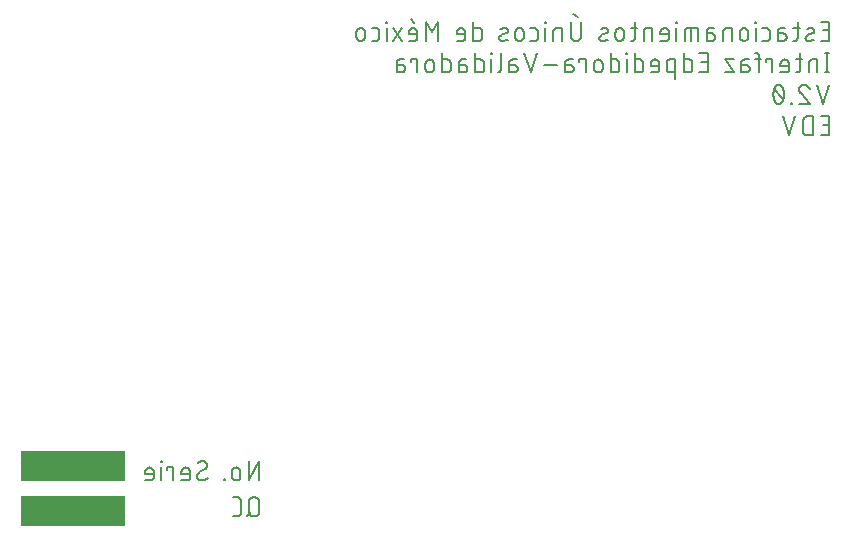
<source format=gbr>
G04 EAGLE Gerber X2 export*
%TF.Part,Single*%
%TF.FileFunction,Legend,Bot,1*%
%TF.FilePolarity,Positive*%
%TF.GenerationSoftware,Autodesk,EAGLE,8.7.0*%
%TF.CreationDate,2019-01-30T20:35:29Z*%
G75*
%MOMM*%
%FSLAX34Y34*%
%LPD*%
%AMOC8*
5,1,8,0,0,1.08239X$1,22.5*%
G01*
%ADD10C,0.152400*%
%ADD11R,8.890000X2.540000*%


D10*
X957213Y410972D02*
X964438Y410972D01*
X964438Y427228D01*
X957213Y427228D01*
X959019Y420003D02*
X964438Y420003D01*
X950226Y417294D02*
X945711Y415488D01*
X950226Y417294D02*
X950314Y417331D01*
X950400Y417372D01*
X950485Y417416D01*
X950568Y417464D01*
X950648Y417515D01*
X950727Y417569D01*
X950803Y417627D01*
X950877Y417687D01*
X950949Y417751D01*
X951017Y417817D01*
X951083Y417887D01*
X951146Y417958D01*
X951207Y418033D01*
X951264Y418109D01*
X951317Y418188D01*
X951368Y418269D01*
X951415Y418352D01*
X951459Y418437D01*
X951499Y418524D01*
X951536Y418612D01*
X951569Y418702D01*
X951599Y418793D01*
X951624Y418885D01*
X951646Y418978D01*
X951664Y419072D01*
X951679Y419166D01*
X951689Y419261D01*
X951695Y419357D01*
X951698Y419452D01*
X951697Y419548D01*
X951691Y419643D01*
X951682Y419739D01*
X951669Y419833D01*
X951653Y419927D01*
X951632Y420021D01*
X951607Y420113D01*
X951579Y420204D01*
X951547Y420294D01*
X951512Y420383D01*
X951473Y420470D01*
X951430Y420556D01*
X951384Y420640D01*
X951334Y420721D01*
X951282Y420801D01*
X951226Y420879D01*
X951166Y420954D01*
X951104Y421026D01*
X951039Y421096D01*
X950971Y421164D01*
X950901Y421228D01*
X950828Y421290D01*
X950752Y421348D01*
X950674Y421404D01*
X950594Y421456D01*
X950512Y421505D01*
X950428Y421550D01*
X950342Y421592D01*
X950255Y421631D01*
X950166Y421666D01*
X950075Y421697D01*
X949984Y421724D01*
X949891Y421748D01*
X949798Y421768D01*
X949704Y421784D01*
X949609Y421796D01*
X949514Y421805D01*
X949418Y421809D01*
X949323Y421810D01*
X949076Y421803D01*
X948830Y421791D01*
X948584Y421773D01*
X948338Y421748D01*
X948094Y421718D01*
X947850Y421682D01*
X947607Y421641D01*
X947365Y421593D01*
X947124Y421539D01*
X946885Y421480D01*
X946647Y421415D01*
X946411Y421344D01*
X946176Y421268D01*
X945943Y421186D01*
X945713Y421098D01*
X945485Y421005D01*
X945258Y420907D01*
X945710Y415487D02*
X945622Y415450D01*
X945536Y415409D01*
X945451Y415365D01*
X945368Y415317D01*
X945288Y415266D01*
X945209Y415212D01*
X945133Y415154D01*
X945059Y415094D01*
X944987Y415030D01*
X944919Y414964D01*
X944853Y414894D01*
X944790Y414823D01*
X944729Y414748D01*
X944672Y414672D01*
X944619Y414593D01*
X944568Y414512D01*
X944521Y414429D01*
X944477Y414344D01*
X944437Y414257D01*
X944400Y414169D01*
X944367Y414079D01*
X944337Y413988D01*
X944312Y413896D01*
X944290Y413803D01*
X944272Y413709D01*
X944257Y413615D01*
X944247Y413520D01*
X944241Y413424D01*
X944238Y413329D01*
X944239Y413233D01*
X944245Y413138D01*
X944254Y413042D01*
X944267Y412948D01*
X944283Y412854D01*
X944304Y412760D01*
X944329Y412668D01*
X944357Y412577D01*
X944389Y412487D01*
X944424Y412398D01*
X944463Y412311D01*
X944506Y412225D01*
X944552Y412141D01*
X944602Y412060D01*
X944654Y411980D01*
X944710Y411902D01*
X944770Y411827D01*
X944832Y411755D01*
X944897Y411685D01*
X944965Y411617D01*
X945035Y411553D01*
X945108Y411491D01*
X945184Y411433D01*
X945262Y411377D01*
X945342Y411325D01*
X945424Y411276D01*
X945508Y411231D01*
X945594Y411189D01*
X945681Y411150D01*
X945770Y411115D01*
X945861Y411084D01*
X945952Y411057D01*
X946045Y411033D01*
X946138Y411013D01*
X946232Y410997D01*
X946327Y410985D01*
X946422Y410976D01*
X946518Y410972D01*
X946613Y410971D01*
X946614Y410972D02*
X946976Y410981D01*
X947338Y410999D01*
X947699Y411026D01*
X948059Y411061D01*
X948419Y411104D01*
X948778Y411156D01*
X949135Y411217D01*
X949490Y411286D01*
X949844Y411363D01*
X950196Y411449D01*
X950546Y411543D01*
X950894Y411646D01*
X951239Y411756D01*
X951581Y411875D01*
X939331Y421809D02*
X933912Y421809D01*
X937525Y427228D02*
X937525Y413681D01*
X937524Y413681D02*
X937522Y413580D01*
X937516Y413479D01*
X937507Y413378D01*
X937494Y413277D01*
X937477Y413177D01*
X937456Y413078D01*
X937432Y412980D01*
X937404Y412883D01*
X937372Y412786D01*
X937337Y412691D01*
X937298Y412598D01*
X937256Y412506D01*
X937210Y412415D01*
X937161Y412327D01*
X937109Y412240D01*
X937053Y412155D01*
X936995Y412072D01*
X936933Y411992D01*
X936868Y411914D01*
X936801Y411838D01*
X936731Y411765D01*
X936658Y411695D01*
X936582Y411628D01*
X936504Y411563D01*
X936424Y411501D01*
X936341Y411443D01*
X936256Y411387D01*
X936170Y411335D01*
X936081Y411286D01*
X935990Y411240D01*
X935898Y411198D01*
X935805Y411159D01*
X935710Y411124D01*
X935613Y411092D01*
X935516Y411064D01*
X935418Y411040D01*
X935319Y411019D01*
X935219Y411002D01*
X935118Y410989D01*
X935017Y410980D01*
X934916Y410974D01*
X934815Y410972D01*
X933912Y410972D01*
X925046Y417294D02*
X920982Y417294D01*
X925046Y417294D02*
X925158Y417292D01*
X925269Y417286D01*
X925380Y417276D01*
X925491Y417263D01*
X925601Y417245D01*
X925710Y417223D01*
X925819Y417198D01*
X925927Y417169D01*
X926033Y417136D01*
X926139Y417099D01*
X926243Y417059D01*
X926345Y417015D01*
X926446Y416967D01*
X926545Y416916D01*
X926643Y416861D01*
X926738Y416803D01*
X926831Y416742D01*
X926922Y416677D01*
X927011Y416609D01*
X927097Y416538D01*
X927180Y416465D01*
X927261Y416388D01*
X927340Y416308D01*
X927415Y416226D01*
X927487Y416141D01*
X927557Y416054D01*
X927623Y415964D01*
X927686Y415872D01*
X927746Y415777D01*
X927802Y415681D01*
X927855Y415583D01*
X927904Y415483D01*
X927950Y415381D01*
X927992Y415278D01*
X928031Y415173D01*
X928066Y415067D01*
X928097Y414960D01*
X928124Y414852D01*
X928148Y414743D01*
X928167Y414633D01*
X928183Y414523D01*
X928195Y414412D01*
X928203Y414300D01*
X928207Y414189D01*
X928207Y414077D01*
X928203Y413966D01*
X928195Y413854D01*
X928183Y413743D01*
X928167Y413633D01*
X928148Y413523D01*
X928124Y413414D01*
X928097Y413306D01*
X928066Y413199D01*
X928031Y413093D01*
X927992Y412988D01*
X927950Y412885D01*
X927904Y412783D01*
X927855Y412683D01*
X927802Y412585D01*
X927746Y412489D01*
X927686Y412394D01*
X927623Y412302D01*
X927557Y412212D01*
X927487Y412125D01*
X927415Y412040D01*
X927340Y411958D01*
X927261Y411878D01*
X927180Y411801D01*
X927097Y411728D01*
X927011Y411657D01*
X926922Y411589D01*
X926831Y411524D01*
X926738Y411463D01*
X926643Y411405D01*
X926545Y411350D01*
X926446Y411299D01*
X926345Y411251D01*
X926243Y411207D01*
X926139Y411167D01*
X926033Y411130D01*
X925927Y411097D01*
X925819Y411068D01*
X925710Y411043D01*
X925601Y411021D01*
X925491Y411003D01*
X925380Y410990D01*
X925269Y410980D01*
X925158Y410974D01*
X925046Y410972D01*
X920982Y410972D01*
X920982Y419100D01*
X920983Y419100D02*
X920985Y419201D01*
X920991Y419302D01*
X921000Y419403D01*
X921013Y419504D01*
X921030Y419604D01*
X921051Y419703D01*
X921075Y419801D01*
X921103Y419898D01*
X921135Y419995D01*
X921170Y420090D01*
X921209Y420183D01*
X921251Y420275D01*
X921297Y420366D01*
X921346Y420455D01*
X921398Y420541D01*
X921454Y420626D01*
X921512Y420709D01*
X921574Y420789D01*
X921639Y420867D01*
X921706Y420943D01*
X921776Y421016D01*
X921849Y421086D01*
X921925Y421153D01*
X922003Y421218D01*
X922083Y421280D01*
X922166Y421338D01*
X922251Y421394D01*
X922338Y421446D01*
X922426Y421495D01*
X922517Y421541D01*
X922609Y421583D01*
X922702Y421622D01*
X922797Y421657D01*
X922894Y421689D01*
X922991Y421717D01*
X923089Y421741D01*
X923188Y421762D01*
X923288Y421779D01*
X923389Y421792D01*
X923490Y421801D01*
X923591Y421807D01*
X923692Y421809D01*
X927304Y421809D01*
X911339Y410972D02*
X907727Y410972D01*
X911339Y410972D02*
X911440Y410974D01*
X911541Y410980D01*
X911642Y410989D01*
X911743Y411002D01*
X911843Y411019D01*
X911942Y411040D01*
X912040Y411064D01*
X912137Y411092D01*
X912234Y411124D01*
X912329Y411159D01*
X912422Y411198D01*
X912514Y411240D01*
X912605Y411286D01*
X912694Y411335D01*
X912780Y411387D01*
X912865Y411443D01*
X912948Y411501D01*
X913028Y411563D01*
X913106Y411628D01*
X913182Y411695D01*
X913255Y411765D01*
X913325Y411838D01*
X913392Y411914D01*
X913457Y411992D01*
X913519Y412072D01*
X913577Y412155D01*
X913633Y412240D01*
X913685Y412327D01*
X913734Y412415D01*
X913780Y412506D01*
X913822Y412598D01*
X913861Y412691D01*
X913896Y412786D01*
X913928Y412883D01*
X913956Y412980D01*
X913980Y413078D01*
X914001Y413177D01*
X914018Y413277D01*
X914031Y413378D01*
X914040Y413479D01*
X914046Y413580D01*
X914048Y413681D01*
X914048Y419100D01*
X914046Y419201D01*
X914040Y419302D01*
X914031Y419403D01*
X914018Y419504D01*
X914001Y419604D01*
X913980Y419703D01*
X913956Y419801D01*
X913928Y419898D01*
X913896Y419995D01*
X913861Y420090D01*
X913822Y420183D01*
X913780Y420275D01*
X913734Y420366D01*
X913685Y420455D01*
X913633Y420541D01*
X913577Y420626D01*
X913519Y420709D01*
X913457Y420789D01*
X913392Y420867D01*
X913325Y420943D01*
X913255Y421016D01*
X913182Y421086D01*
X913106Y421153D01*
X913028Y421218D01*
X912948Y421280D01*
X912865Y421338D01*
X912780Y421394D01*
X912694Y421446D01*
X912605Y421495D01*
X912514Y421541D01*
X912422Y421583D01*
X912329Y421622D01*
X912234Y421657D01*
X912137Y421689D01*
X912040Y421717D01*
X911942Y421741D01*
X911843Y421762D01*
X911743Y421779D01*
X911642Y421792D01*
X911541Y421801D01*
X911440Y421807D01*
X911339Y421809D01*
X907727Y421809D01*
X902117Y421809D02*
X902117Y410972D01*
X902568Y426325D02*
X902568Y427228D01*
X901665Y427228D01*
X901665Y426325D01*
X902568Y426325D01*
X895829Y418197D02*
X895829Y414584D01*
X895829Y418197D02*
X895827Y418316D01*
X895821Y418436D01*
X895811Y418555D01*
X895797Y418673D01*
X895780Y418792D01*
X895758Y418909D01*
X895733Y419026D01*
X895703Y419141D01*
X895670Y419256D01*
X895633Y419370D01*
X895593Y419482D01*
X895548Y419593D01*
X895500Y419702D01*
X895449Y419810D01*
X895394Y419916D01*
X895335Y420020D01*
X895273Y420122D01*
X895208Y420222D01*
X895139Y420320D01*
X895067Y420416D01*
X894992Y420509D01*
X894915Y420599D01*
X894834Y420687D01*
X894750Y420772D01*
X894663Y420854D01*
X894574Y420934D01*
X894482Y421010D01*
X894388Y421084D01*
X894291Y421154D01*
X894193Y421221D01*
X894092Y421285D01*
X893988Y421345D01*
X893883Y421402D01*
X893776Y421455D01*
X893668Y421505D01*
X893558Y421551D01*
X893446Y421593D01*
X893333Y421632D01*
X893219Y421667D01*
X893104Y421698D01*
X892987Y421726D01*
X892870Y421749D01*
X892753Y421769D01*
X892634Y421785D01*
X892515Y421797D01*
X892396Y421805D01*
X892277Y421809D01*
X892157Y421809D01*
X892038Y421805D01*
X891919Y421797D01*
X891800Y421785D01*
X891681Y421769D01*
X891564Y421749D01*
X891447Y421726D01*
X891330Y421698D01*
X891215Y421667D01*
X891101Y421632D01*
X890988Y421593D01*
X890876Y421551D01*
X890766Y421505D01*
X890658Y421455D01*
X890551Y421402D01*
X890446Y421345D01*
X890342Y421285D01*
X890241Y421221D01*
X890143Y421154D01*
X890046Y421084D01*
X889952Y421010D01*
X889860Y420934D01*
X889771Y420854D01*
X889684Y420772D01*
X889600Y420687D01*
X889519Y420599D01*
X889442Y420509D01*
X889367Y420416D01*
X889295Y420320D01*
X889226Y420222D01*
X889161Y420122D01*
X889099Y420020D01*
X889040Y419916D01*
X888985Y419810D01*
X888934Y419702D01*
X888886Y419593D01*
X888841Y419482D01*
X888801Y419370D01*
X888764Y419256D01*
X888731Y419141D01*
X888701Y419026D01*
X888676Y418909D01*
X888654Y418792D01*
X888637Y418673D01*
X888623Y418555D01*
X888613Y418436D01*
X888607Y418316D01*
X888605Y418197D01*
X888605Y414584D01*
X888607Y414465D01*
X888613Y414345D01*
X888623Y414226D01*
X888637Y414108D01*
X888654Y413989D01*
X888676Y413872D01*
X888701Y413755D01*
X888731Y413640D01*
X888764Y413525D01*
X888801Y413411D01*
X888841Y413299D01*
X888886Y413188D01*
X888934Y413079D01*
X888985Y412971D01*
X889040Y412865D01*
X889099Y412761D01*
X889161Y412659D01*
X889226Y412559D01*
X889295Y412461D01*
X889367Y412365D01*
X889442Y412272D01*
X889519Y412182D01*
X889600Y412094D01*
X889684Y412009D01*
X889771Y411927D01*
X889860Y411847D01*
X889952Y411771D01*
X890046Y411697D01*
X890143Y411627D01*
X890241Y411560D01*
X890342Y411496D01*
X890446Y411436D01*
X890551Y411379D01*
X890658Y411326D01*
X890766Y411276D01*
X890876Y411230D01*
X890988Y411188D01*
X891101Y411149D01*
X891215Y411114D01*
X891330Y411083D01*
X891447Y411055D01*
X891564Y411032D01*
X891681Y411012D01*
X891800Y410996D01*
X891919Y410984D01*
X892038Y410976D01*
X892157Y410972D01*
X892277Y410972D01*
X892396Y410976D01*
X892515Y410984D01*
X892634Y410996D01*
X892753Y411012D01*
X892870Y411032D01*
X892987Y411055D01*
X893104Y411083D01*
X893219Y411114D01*
X893333Y411149D01*
X893446Y411188D01*
X893558Y411230D01*
X893668Y411276D01*
X893776Y411326D01*
X893883Y411379D01*
X893988Y411436D01*
X894092Y411496D01*
X894193Y411560D01*
X894291Y411627D01*
X894388Y411697D01*
X894482Y411771D01*
X894574Y411847D01*
X894663Y411927D01*
X894750Y412009D01*
X894834Y412094D01*
X894915Y412182D01*
X894992Y412272D01*
X895067Y412365D01*
X895139Y412461D01*
X895208Y412559D01*
X895273Y412659D01*
X895335Y412761D01*
X895394Y412865D01*
X895449Y412971D01*
X895500Y413079D01*
X895548Y413188D01*
X895593Y413299D01*
X895633Y413411D01*
X895670Y413525D01*
X895703Y413640D01*
X895733Y413755D01*
X895758Y413872D01*
X895780Y413989D01*
X895797Y414108D01*
X895811Y414226D01*
X895821Y414345D01*
X895827Y414465D01*
X895829Y414584D01*
X881761Y410972D02*
X881761Y421809D01*
X877246Y421809D01*
X877142Y421807D01*
X877039Y421801D01*
X876935Y421791D01*
X876832Y421777D01*
X876730Y421759D01*
X876629Y421738D01*
X876528Y421712D01*
X876429Y421683D01*
X876330Y421650D01*
X876233Y421613D01*
X876138Y421572D01*
X876044Y421528D01*
X875952Y421480D01*
X875862Y421429D01*
X875773Y421374D01*
X875687Y421316D01*
X875604Y421254D01*
X875522Y421190D01*
X875444Y421122D01*
X875368Y421052D01*
X875294Y420979D01*
X875224Y420902D01*
X875156Y420824D01*
X875092Y420742D01*
X875030Y420659D01*
X874972Y420573D01*
X874917Y420484D01*
X874866Y420394D01*
X874818Y420302D01*
X874774Y420208D01*
X874733Y420113D01*
X874696Y420016D01*
X874663Y419917D01*
X874634Y419818D01*
X874608Y419717D01*
X874587Y419616D01*
X874569Y419514D01*
X874555Y419411D01*
X874545Y419307D01*
X874539Y419204D01*
X874537Y419100D01*
X874536Y419100D02*
X874536Y410972D01*
X864606Y417294D02*
X860542Y417294D01*
X864606Y417294D02*
X864718Y417292D01*
X864829Y417286D01*
X864940Y417276D01*
X865051Y417263D01*
X865161Y417245D01*
X865270Y417223D01*
X865379Y417198D01*
X865487Y417169D01*
X865593Y417136D01*
X865699Y417099D01*
X865803Y417059D01*
X865905Y417015D01*
X866006Y416967D01*
X866105Y416916D01*
X866203Y416861D01*
X866298Y416803D01*
X866391Y416742D01*
X866482Y416677D01*
X866571Y416609D01*
X866657Y416538D01*
X866740Y416465D01*
X866821Y416388D01*
X866900Y416308D01*
X866975Y416226D01*
X867047Y416141D01*
X867117Y416054D01*
X867183Y415964D01*
X867246Y415872D01*
X867306Y415777D01*
X867362Y415681D01*
X867415Y415583D01*
X867464Y415483D01*
X867510Y415381D01*
X867552Y415278D01*
X867591Y415173D01*
X867626Y415067D01*
X867657Y414960D01*
X867684Y414852D01*
X867708Y414743D01*
X867727Y414633D01*
X867743Y414523D01*
X867755Y414412D01*
X867763Y414300D01*
X867767Y414189D01*
X867767Y414077D01*
X867763Y413966D01*
X867755Y413854D01*
X867743Y413743D01*
X867727Y413633D01*
X867708Y413523D01*
X867684Y413414D01*
X867657Y413306D01*
X867626Y413199D01*
X867591Y413093D01*
X867552Y412988D01*
X867510Y412885D01*
X867464Y412783D01*
X867415Y412683D01*
X867362Y412585D01*
X867306Y412489D01*
X867246Y412394D01*
X867183Y412302D01*
X867117Y412212D01*
X867047Y412125D01*
X866975Y412040D01*
X866900Y411958D01*
X866821Y411878D01*
X866740Y411801D01*
X866657Y411728D01*
X866571Y411657D01*
X866482Y411589D01*
X866391Y411524D01*
X866298Y411463D01*
X866203Y411405D01*
X866105Y411350D01*
X866006Y411299D01*
X865905Y411251D01*
X865803Y411207D01*
X865699Y411167D01*
X865593Y411130D01*
X865487Y411097D01*
X865379Y411068D01*
X865270Y411043D01*
X865161Y411021D01*
X865051Y411003D01*
X864940Y410990D01*
X864829Y410980D01*
X864718Y410974D01*
X864606Y410972D01*
X860542Y410972D01*
X860542Y419100D01*
X860544Y419201D01*
X860550Y419302D01*
X860559Y419403D01*
X860572Y419504D01*
X860589Y419604D01*
X860610Y419703D01*
X860634Y419801D01*
X860662Y419898D01*
X860694Y419995D01*
X860729Y420090D01*
X860768Y420183D01*
X860810Y420275D01*
X860856Y420366D01*
X860905Y420455D01*
X860957Y420541D01*
X861013Y420626D01*
X861071Y420709D01*
X861133Y420789D01*
X861198Y420867D01*
X861265Y420943D01*
X861335Y421016D01*
X861408Y421086D01*
X861484Y421153D01*
X861562Y421218D01*
X861642Y421280D01*
X861725Y421338D01*
X861810Y421394D01*
X861897Y421446D01*
X861985Y421495D01*
X862076Y421541D01*
X862168Y421583D01*
X862261Y421622D01*
X862356Y421657D01*
X862453Y421689D01*
X862550Y421717D01*
X862648Y421741D01*
X862747Y421762D01*
X862847Y421779D01*
X862948Y421792D01*
X863049Y421801D01*
X863150Y421807D01*
X863251Y421809D01*
X866863Y421809D01*
X852826Y421809D02*
X852826Y410972D01*
X852826Y421809D02*
X844698Y421809D01*
X844597Y421807D01*
X844496Y421801D01*
X844395Y421792D01*
X844294Y421779D01*
X844194Y421762D01*
X844095Y421741D01*
X843997Y421717D01*
X843900Y421689D01*
X843803Y421657D01*
X843708Y421622D01*
X843615Y421583D01*
X843523Y421541D01*
X843432Y421495D01*
X843344Y421446D01*
X843257Y421394D01*
X843172Y421338D01*
X843089Y421280D01*
X843009Y421218D01*
X842931Y421153D01*
X842855Y421086D01*
X842782Y421016D01*
X842712Y420943D01*
X842645Y420867D01*
X842580Y420789D01*
X842518Y420709D01*
X842460Y420626D01*
X842404Y420541D01*
X842352Y420455D01*
X842303Y420366D01*
X842257Y420275D01*
X842215Y420183D01*
X842176Y420090D01*
X842141Y419995D01*
X842109Y419898D01*
X842081Y419801D01*
X842057Y419703D01*
X842036Y419604D01*
X842019Y419504D01*
X842006Y419403D01*
X841997Y419302D01*
X841991Y419201D01*
X841989Y419100D01*
X841989Y410972D01*
X847407Y410972D02*
X847407Y421809D01*
X834903Y421809D02*
X834903Y410972D01*
X835354Y426325D02*
X835354Y427228D01*
X834451Y427228D01*
X834451Y426325D01*
X835354Y426325D01*
X825906Y410972D02*
X821390Y410972D01*
X825906Y410972D02*
X826007Y410974D01*
X826108Y410980D01*
X826209Y410989D01*
X826310Y411002D01*
X826410Y411019D01*
X826509Y411040D01*
X826607Y411064D01*
X826704Y411092D01*
X826801Y411124D01*
X826896Y411159D01*
X826989Y411198D01*
X827081Y411240D01*
X827172Y411286D01*
X827261Y411335D01*
X827347Y411387D01*
X827432Y411443D01*
X827515Y411501D01*
X827595Y411563D01*
X827673Y411628D01*
X827749Y411695D01*
X827822Y411765D01*
X827892Y411838D01*
X827959Y411914D01*
X828024Y411992D01*
X828086Y412072D01*
X828144Y412155D01*
X828200Y412240D01*
X828252Y412327D01*
X828301Y412415D01*
X828347Y412506D01*
X828389Y412598D01*
X828428Y412691D01*
X828463Y412786D01*
X828495Y412883D01*
X828523Y412980D01*
X828547Y413078D01*
X828568Y413177D01*
X828585Y413277D01*
X828598Y413378D01*
X828607Y413479D01*
X828613Y413580D01*
X828615Y413681D01*
X828615Y418197D01*
X828613Y418316D01*
X828607Y418436D01*
X828597Y418555D01*
X828583Y418673D01*
X828566Y418792D01*
X828544Y418909D01*
X828519Y419026D01*
X828489Y419141D01*
X828456Y419256D01*
X828419Y419370D01*
X828379Y419482D01*
X828334Y419593D01*
X828286Y419702D01*
X828235Y419810D01*
X828180Y419916D01*
X828121Y420020D01*
X828059Y420122D01*
X827994Y420222D01*
X827925Y420320D01*
X827853Y420416D01*
X827778Y420509D01*
X827701Y420599D01*
X827620Y420687D01*
X827536Y420772D01*
X827449Y420854D01*
X827360Y420934D01*
X827268Y421010D01*
X827174Y421084D01*
X827077Y421154D01*
X826979Y421221D01*
X826878Y421285D01*
X826774Y421345D01*
X826669Y421402D01*
X826562Y421455D01*
X826454Y421505D01*
X826344Y421551D01*
X826232Y421593D01*
X826119Y421632D01*
X826005Y421667D01*
X825890Y421698D01*
X825773Y421726D01*
X825656Y421749D01*
X825539Y421769D01*
X825420Y421785D01*
X825301Y421797D01*
X825182Y421805D01*
X825063Y421809D01*
X824943Y421809D01*
X824824Y421805D01*
X824705Y421797D01*
X824586Y421785D01*
X824467Y421769D01*
X824350Y421749D01*
X824233Y421726D01*
X824116Y421698D01*
X824001Y421667D01*
X823887Y421632D01*
X823774Y421593D01*
X823662Y421551D01*
X823552Y421505D01*
X823444Y421455D01*
X823337Y421402D01*
X823232Y421345D01*
X823128Y421285D01*
X823027Y421221D01*
X822929Y421154D01*
X822832Y421084D01*
X822738Y421010D01*
X822646Y420934D01*
X822557Y420854D01*
X822470Y420772D01*
X822386Y420687D01*
X822305Y420599D01*
X822228Y420509D01*
X822153Y420416D01*
X822081Y420320D01*
X822012Y420222D01*
X821947Y420122D01*
X821885Y420020D01*
X821826Y419916D01*
X821771Y419810D01*
X821720Y419702D01*
X821672Y419593D01*
X821627Y419482D01*
X821587Y419370D01*
X821550Y419256D01*
X821517Y419141D01*
X821487Y419026D01*
X821462Y418909D01*
X821440Y418792D01*
X821423Y418673D01*
X821409Y418555D01*
X821399Y418436D01*
X821393Y418316D01*
X821391Y418197D01*
X821390Y418197D02*
X821390Y416391D01*
X828615Y416391D01*
X814547Y410972D02*
X814547Y421809D01*
X810032Y421809D01*
X809928Y421807D01*
X809825Y421801D01*
X809721Y421791D01*
X809618Y421777D01*
X809516Y421759D01*
X809415Y421738D01*
X809314Y421712D01*
X809215Y421683D01*
X809116Y421650D01*
X809019Y421613D01*
X808924Y421572D01*
X808830Y421528D01*
X808738Y421480D01*
X808648Y421429D01*
X808559Y421374D01*
X808473Y421316D01*
X808390Y421254D01*
X808308Y421190D01*
X808230Y421122D01*
X808154Y421052D01*
X808080Y420979D01*
X808010Y420902D01*
X807942Y420824D01*
X807878Y420742D01*
X807816Y420659D01*
X807758Y420573D01*
X807703Y420484D01*
X807652Y420394D01*
X807604Y420302D01*
X807560Y420208D01*
X807519Y420113D01*
X807482Y420016D01*
X807449Y419917D01*
X807420Y419818D01*
X807394Y419717D01*
X807373Y419616D01*
X807355Y419514D01*
X807341Y419411D01*
X807331Y419307D01*
X807325Y419204D01*
X807323Y419100D01*
X807322Y419100D02*
X807322Y410972D01*
X801776Y421809D02*
X796358Y421809D01*
X799970Y427228D02*
X799970Y413681D01*
X799968Y413580D01*
X799962Y413479D01*
X799953Y413378D01*
X799940Y413277D01*
X799923Y413177D01*
X799902Y413078D01*
X799878Y412980D01*
X799850Y412883D01*
X799818Y412786D01*
X799783Y412691D01*
X799744Y412598D01*
X799702Y412506D01*
X799656Y412415D01*
X799607Y412327D01*
X799555Y412240D01*
X799499Y412155D01*
X799441Y412072D01*
X799379Y411992D01*
X799314Y411914D01*
X799247Y411838D01*
X799177Y411765D01*
X799104Y411695D01*
X799028Y411628D01*
X798950Y411563D01*
X798870Y411501D01*
X798787Y411443D01*
X798702Y411387D01*
X798616Y411335D01*
X798527Y411286D01*
X798436Y411240D01*
X798344Y411198D01*
X798251Y411159D01*
X798156Y411124D01*
X798059Y411092D01*
X797962Y411064D01*
X797864Y411040D01*
X797765Y411019D01*
X797665Y411002D01*
X797564Y410989D01*
X797463Y410980D01*
X797362Y410974D01*
X797261Y410972D01*
X796358Y410972D01*
X790579Y414584D02*
X790579Y418197D01*
X790577Y418316D01*
X790571Y418436D01*
X790561Y418555D01*
X790547Y418673D01*
X790530Y418792D01*
X790508Y418909D01*
X790483Y419026D01*
X790453Y419141D01*
X790420Y419256D01*
X790383Y419370D01*
X790343Y419482D01*
X790298Y419593D01*
X790250Y419702D01*
X790199Y419810D01*
X790144Y419916D01*
X790085Y420020D01*
X790023Y420122D01*
X789958Y420222D01*
X789889Y420320D01*
X789817Y420416D01*
X789742Y420509D01*
X789665Y420599D01*
X789584Y420687D01*
X789500Y420772D01*
X789413Y420854D01*
X789324Y420934D01*
X789232Y421010D01*
X789138Y421084D01*
X789041Y421154D01*
X788943Y421221D01*
X788842Y421285D01*
X788738Y421345D01*
X788633Y421402D01*
X788526Y421455D01*
X788418Y421505D01*
X788308Y421551D01*
X788196Y421593D01*
X788083Y421632D01*
X787969Y421667D01*
X787854Y421698D01*
X787737Y421726D01*
X787620Y421749D01*
X787503Y421769D01*
X787384Y421785D01*
X787265Y421797D01*
X787146Y421805D01*
X787027Y421809D01*
X786907Y421809D01*
X786788Y421805D01*
X786669Y421797D01*
X786550Y421785D01*
X786431Y421769D01*
X786314Y421749D01*
X786197Y421726D01*
X786080Y421698D01*
X785965Y421667D01*
X785851Y421632D01*
X785738Y421593D01*
X785626Y421551D01*
X785516Y421505D01*
X785408Y421455D01*
X785301Y421402D01*
X785196Y421345D01*
X785092Y421285D01*
X784991Y421221D01*
X784893Y421154D01*
X784796Y421084D01*
X784702Y421010D01*
X784610Y420934D01*
X784521Y420854D01*
X784434Y420772D01*
X784350Y420687D01*
X784269Y420599D01*
X784192Y420509D01*
X784117Y420416D01*
X784045Y420320D01*
X783976Y420222D01*
X783911Y420122D01*
X783849Y420020D01*
X783790Y419916D01*
X783735Y419810D01*
X783684Y419702D01*
X783636Y419593D01*
X783591Y419482D01*
X783551Y419370D01*
X783514Y419256D01*
X783481Y419141D01*
X783451Y419026D01*
X783426Y418909D01*
X783404Y418792D01*
X783387Y418673D01*
X783373Y418555D01*
X783363Y418436D01*
X783357Y418316D01*
X783355Y418197D01*
X783354Y418197D02*
X783354Y414584D01*
X783355Y414584D02*
X783357Y414465D01*
X783363Y414345D01*
X783373Y414226D01*
X783387Y414108D01*
X783404Y413989D01*
X783426Y413872D01*
X783451Y413755D01*
X783481Y413640D01*
X783514Y413525D01*
X783551Y413411D01*
X783591Y413299D01*
X783636Y413188D01*
X783684Y413079D01*
X783735Y412971D01*
X783790Y412865D01*
X783849Y412761D01*
X783911Y412659D01*
X783976Y412559D01*
X784045Y412461D01*
X784117Y412365D01*
X784192Y412272D01*
X784269Y412182D01*
X784350Y412094D01*
X784434Y412009D01*
X784521Y411927D01*
X784610Y411847D01*
X784702Y411771D01*
X784796Y411697D01*
X784893Y411627D01*
X784991Y411560D01*
X785092Y411496D01*
X785196Y411436D01*
X785301Y411379D01*
X785408Y411326D01*
X785516Y411276D01*
X785626Y411230D01*
X785738Y411188D01*
X785851Y411149D01*
X785965Y411114D01*
X786080Y411083D01*
X786197Y411055D01*
X786314Y411032D01*
X786431Y411012D01*
X786550Y410996D01*
X786669Y410984D01*
X786788Y410976D01*
X786907Y410972D01*
X787027Y410972D01*
X787146Y410976D01*
X787265Y410984D01*
X787384Y410996D01*
X787503Y411012D01*
X787620Y411032D01*
X787737Y411055D01*
X787854Y411083D01*
X787969Y411114D01*
X788083Y411149D01*
X788196Y411188D01*
X788308Y411230D01*
X788418Y411276D01*
X788526Y411326D01*
X788633Y411379D01*
X788738Y411436D01*
X788842Y411496D01*
X788943Y411560D01*
X789041Y411627D01*
X789138Y411697D01*
X789232Y411771D01*
X789324Y411847D01*
X789413Y411927D01*
X789500Y412009D01*
X789584Y412094D01*
X789665Y412182D01*
X789742Y412272D01*
X789817Y412365D01*
X789889Y412461D01*
X789958Y412559D01*
X790023Y412659D01*
X790085Y412761D01*
X790144Y412865D01*
X790199Y412971D01*
X790250Y413079D01*
X790298Y413188D01*
X790343Y413299D01*
X790383Y413411D01*
X790420Y413525D01*
X790453Y413640D01*
X790483Y413755D01*
X790508Y413872D01*
X790530Y413989D01*
X790547Y414108D01*
X790561Y414226D01*
X790571Y414345D01*
X790577Y414465D01*
X790579Y414584D01*
X775678Y417294D02*
X771162Y415488D01*
X775678Y417294D02*
X775766Y417331D01*
X775852Y417372D01*
X775937Y417416D01*
X776020Y417464D01*
X776100Y417515D01*
X776179Y417569D01*
X776255Y417627D01*
X776329Y417687D01*
X776401Y417751D01*
X776469Y417817D01*
X776535Y417887D01*
X776598Y417958D01*
X776659Y418033D01*
X776716Y418109D01*
X776769Y418188D01*
X776820Y418269D01*
X776867Y418352D01*
X776911Y418437D01*
X776951Y418524D01*
X776988Y418612D01*
X777021Y418702D01*
X777051Y418793D01*
X777076Y418885D01*
X777098Y418978D01*
X777116Y419072D01*
X777131Y419166D01*
X777141Y419261D01*
X777147Y419357D01*
X777150Y419452D01*
X777149Y419548D01*
X777143Y419643D01*
X777134Y419739D01*
X777121Y419833D01*
X777105Y419927D01*
X777084Y420021D01*
X777059Y420113D01*
X777031Y420204D01*
X776999Y420294D01*
X776964Y420383D01*
X776925Y420470D01*
X776882Y420556D01*
X776836Y420640D01*
X776786Y420721D01*
X776734Y420801D01*
X776678Y420879D01*
X776618Y420954D01*
X776556Y421026D01*
X776491Y421096D01*
X776423Y421164D01*
X776353Y421228D01*
X776280Y421290D01*
X776204Y421348D01*
X776126Y421404D01*
X776046Y421456D01*
X775964Y421505D01*
X775880Y421550D01*
X775794Y421592D01*
X775707Y421631D01*
X775618Y421666D01*
X775527Y421697D01*
X775436Y421724D01*
X775343Y421748D01*
X775250Y421768D01*
X775156Y421784D01*
X775061Y421796D01*
X774966Y421805D01*
X774870Y421809D01*
X774775Y421810D01*
X774528Y421803D01*
X774282Y421791D01*
X774036Y421773D01*
X773790Y421748D01*
X773546Y421718D01*
X773302Y421682D01*
X773059Y421641D01*
X772817Y421593D01*
X772576Y421539D01*
X772337Y421480D01*
X772099Y421415D01*
X771863Y421344D01*
X771628Y421268D01*
X771395Y421186D01*
X771165Y421098D01*
X770937Y421005D01*
X770710Y420907D01*
X771162Y415487D02*
X771074Y415450D01*
X770988Y415409D01*
X770903Y415365D01*
X770820Y415317D01*
X770740Y415266D01*
X770661Y415212D01*
X770585Y415154D01*
X770511Y415094D01*
X770439Y415030D01*
X770371Y414964D01*
X770305Y414894D01*
X770242Y414823D01*
X770181Y414748D01*
X770124Y414672D01*
X770071Y414593D01*
X770020Y414512D01*
X769973Y414429D01*
X769929Y414344D01*
X769889Y414257D01*
X769852Y414169D01*
X769819Y414079D01*
X769789Y413988D01*
X769764Y413896D01*
X769742Y413803D01*
X769724Y413709D01*
X769709Y413615D01*
X769699Y413520D01*
X769693Y413424D01*
X769690Y413329D01*
X769691Y413233D01*
X769697Y413138D01*
X769706Y413042D01*
X769719Y412948D01*
X769735Y412854D01*
X769756Y412760D01*
X769781Y412668D01*
X769809Y412577D01*
X769841Y412487D01*
X769876Y412398D01*
X769915Y412311D01*
X769958Y412225D01*
X770004Y412141D01*
X770054Y412060D01*
X770106Y411980D01*
X770162Y411902D01*
X770222Y411827D01*
X770284Y411755D01*
X770349Y411685D01*
X770417Y411617D01*
X770487Y411553D01*
X770560Y411491D01*
X770636Y411433D01*
X770714Y411377D01*
X770794Y411325D01*
X770876Y411276D01*
X770960Y411231D01*
X771046Y411189D01*
X771133Y411150D01*
X771222Y411115D01*
X771313Y411084D01*
X771404Y411057D01*
X771497Y411033D01*
X771590Y411013D01*
X771684Y410997D01*
X771779Y410985D01*
X771874Y410976D01*
X771970Y410972D01*
X772065Y410971D01*
X772065Y410972D02*
X772427Y410981D01*
X772789Y410999D01*
X773150Y411026D01*
X773510Y411061D01*
X773870Y411104D01*
X774229Y411156D01*
X774586Y411217D01*
X774941Y411286D01*
X775295Y411363D01*
X775647Y411449D01*
X775997Y411543D01*
X776345Y411646D01*
X776690Y411756D01*
X777032Y411875D01*
X754488Y415488D02*
X754488Y427228D01*
X754489Y415488D02*
X754487Y415355D01*
X754481Y415223D01*
X754471Y415091D01*
X754458Y414959D01*
X754440Y414827D01*
X754419Y414697D01*
X754394Y414566D01*
X754365Y414437D01*
X754332Y414309D01*
X754296Y414181D01*
X754256Y414055D01*
X754212Y413930D01*
X754164Y413806D01*
X754113Y413684D01*
X754058Y413563D01*
X754000Y413444D01*
X753938Y413326D01*
X753873Y413211D01*
X753804Y413097D01*
X753733Y412986D01*
X753657Y412877D01*
X753579Y412770D01*
X753498Y412665D01*
X753413Y412563D01*
X753326Y412463D01*
X753236Y412366D01*
X753143Y412271D01*
X753047Y412180D01*
X752949Y412091D01*
X752848Y412005D01*
X752744Y411922D01*
X752638Y411842D01*
X752530Y411766D01*
X752420Y411692D01*
X752307Y411622D01*
X752193Y411555D01*
X752076Y411492D01*
X751958Y411432D01*
X751838Y411375D01*
X751716Y411322D01*
X751593Y411273D01*
X751469Y411227D01*
X751343Y411185D01*
X751216Y411147D01*
X751088Y411112D01*
X750959Y411081D01*
X750830Y411054D01*
X750699Y411031D01*
X750568Y411011D01*
X750436Y410996D01*
X750304Y410984D01*
X750172Y410976D01*
X750039Y410972D01*
X749907Y410972D01*
X749774Y410976D01*
X749642Y410984D01*
X749510Y410996D01*
X749378Y411011D01*
X749247Y411031D01*
X749116Y411054D01*
X748987Y411081D01*
X748858Y411112D01*
X748730Y411147D01*
X748603Y411185D01*
X748477Y411227D01*
X748353Y411273D01*
X748230Y411322D01*
X748108Y411375D01*
X747988Y411432D01*
X747870Y411492D01*
X747753Y411555D01*
X747639Y411622D01*
X747526Y411692D01*
X747416Y411766D01*
X747308Y411842D01*
X747202Y411922D01*
X747098Y412005D01*
X746997Y412091D01*
X746899Y412180D01*
X746803Y412271D01*
X746710Y412366D01*
X746620Y412463D01*
X746533Y412563D01*
X746448Y412665D01*
X746367Y412770D01*
X746289Y412877D01*
X746213Y412986D01*
X746142Y413097D01*
X746073Y413211D01*
X746008Y413326D01*
X745946Y413444D01*
X745888Y413563D01*
X745833Y413684D01*
X745782Y413806D01*
X745734Y413930D01*
X745690Y414055D01*
X745650Y414181D01*
X745614Y414309D01*
X745581Y414437D01*
X745552Y414566D01*
X745527Y414697D01*
X745506Y414827D01*
X745488Y414959D01*
X745475Y415091D01*
X745465Y415223D01*
X745459Y415355D01*
X745457Y415488D01*
X745457Y427228D01*
X747715Y434001D02*
X751328Y431292D01*
X737954Y421809D02*
X737954Y410972D01*
X737954Y421809D02*
X733439Y421809D01*
X733335Y421807D01*
X733232Y421801D01*
X733128Y421791D01*
X733025Y421777D01*
X732923Y421759D01*
X732822Y421738D01*
X732721Y421712D01*
X732622Y421683D01*
X732523Y421650D01*
X732426Y421613D01*
X732331Y421572D01*
X732237Y421528D01*
X732145Y421480D01*
X732055Y421429D01*
X731966Y421374D01*
X731880Y421316D01*
X731797Y421254D01*
X731715Y421190D01*
X731637Y421122D01*
X731561Y421052D01*
X731487Y420979D01*
X731417Y420902D01*
X731349Y420824D01*
X731285Y420742D01*
X731223Y420659D01*
X731165Y420573D01*
X731110Y420484D01*
X731059Y420394D01*
X731011Y420302D01*
X730967Y420208D01*
X730926Y420113D01*
X730889Y420016D01*
X730856Y419917D01*
X730827Y419818D01*
X730801Y419717D01*
X730780Y419616D01*
X730762Y419514D01*
X730748Y419411D01*
X730738Y419307D01*
X730732Y419204D01*
X730730Y419100D01*
X730729Y419100D02*
X730729Y410972D01*
X723921Y410972D02*
X723921Y421809D01*
X724372Y426325D02*
X724372Y427228D01*
X723469Y427228D01*
X723469Y426325D01*
X724372Y426325D01*
X714907Y410972D02*
X711294Y410972D01*
X714907Y410972D02*
X715008Y410974D01*
X715109Y410980D01*
X715210Y410989D01*
X715311Y411002D01*
X715411Y411019D01*
X715510Y411040D01*
X715608Y411064D01*
X715705Y411092D01*
X715802Y411124D01*
X715897Y411159D01*
X715990Y411198D01*
X716082Y411240D01*
X716173Y411286D01*
X716262Y411335D01*
X716348Y411387D01*
X716433Y411443D01*
X716516Y411501D01*
X716596Y411563D01*
X716674Y411628D01*
X716750Y411695D01*
X716823Y411765D01*
X716893Y411838D01*
X716960Y411914D01*
X717025Y411992D01*
X717087Y412072D01*
X717145Y412155D01*
X717201Y412240D01*
X717253Y412327D01*
X717302Y412415D01*
X717348Y412506D01*
X717390Y412598D01*
X717429Y412691D01*
X717464Y412786D01*
X717496Y412883D01*
X717524Y412980D01*
X717548Y413078D01*
X717569Y413177D01*
X717586Y413277D01*
X717599Y413378D01*
X717608Y413479D01*
X717614Y413580D01*
X717616Y413681D01*
X717616Y419100D01*
X717614Y419201D01*
X717608Y419302D01*
X717599Y419403D01*
X717586Y419504D01*
X717569Y419604D01*
X717548Y419703D01*
X717524Y419801D01*
X717496Y419898D01*
X717464Y419995D01*
X717429Y420090D01*
X717390Y420183D01*
X717348Y420275D01*
X717302Y420366D01*
X717253Y420455D01*
X717201Y420541D01*
X717145Y420626D01*
X717087Y420709D01*
X717025Y420789D01*
X716960Y420867D01*
X716893Y420943D01*
X716823Y421016D01*
X716750Y421086D01*
X716674Y421153D01*
X716596Y421218D01*
X716516Y421280D01*
X716433Y421338D01*
X716348Y421394D01*
X716262Y421446D01*
X716173Y421495D01*
X716082Y421541D01*
X715990Y421583D01*
X715897Y421622D01*
X715802Y421657D01*
X715705Y421689D01*
X715608Y421717D01*
X715510Y421741D01*
X715411Y421762D01*
X715311Y421779D01*
X715210Y421792D01*
X715109Y421801D01*
X715008Y421807D01*
X714907Y421809D01*
X711294Y421809D01*
X705650Y418197D02*
X705650Y414584D01*
X705649Y418197D02*
X705647Y418316D01*
X705641Y418436D01*
X705631Y418555D01*
X705617Y418673D01*
X705600Y418792D01*
X705578Y418909D01*
X705553Y419026D01*
X705523Y419141D01*
X705490Y419256D01*
X705453Y419370D01*
X705413Y419482D01*
X705368Y419593D01*
X705320Y419702D01*
X705269Y419810D01*
X705214Y419916D01*
X705155Y420020D01*
X705093Y420122D01*
X705028Y420222D01*
X704959Y420320D01*
X704887Y420416D01*
X704812Y420509D01*
X704735Y420599D01*
X704654Y420687D01*
X704570Y420772D01*
X704483Y420854D01*
X704394Y420934D01*
X704302Y421010D01*
X704208Y421084D01*
X704111Y421154D01*
X704013Y421221D01*
X703912Y421285D01*
X703808Y421345D01*
X703703Y421402D01*
X703596Y421455D01*
X703488Y421505D01*
X703378Y421551D01*
X703266Y421593D01*
X703153Y421632D01*
X703039Y421667D01*
X702924Y421698D01*
X702807Y421726D01*
X702690Y421749D01*
X702573Y421769D01*
X702454Y421785D01*
X702335Y421797D01*
X702216Y421805D01*
X702097Y421809D01*
X701977Y421809D01*
X701858Y421805D01*
X701739Y421797D01*
X701620Y421785D01*
X701501Y421769D01*
X701384Y421749D01*
X701267Y421726D01*
X701150Y421698D01*
X701035Y421667D01*
X700921Y421632D01*
X700808Y421593D01*
X700696Y421551D01*
X700586Y421505D01*
X700478Y421455D01*
X700371Y421402D01*
X700266Y421345D01*
X700162Y421285D01*
X700061Y421221D01*
X699963Y421154D01*
X699866Y421084D01*
X699772Y421010D01*
X699680Y420934D01*
X699591Y420854D01*
X699504Y420772D01*
X699420Y420687D01*
X699339Y420599D01*
X699262Y420509D01*
X699187Y420416D01*
X699115Y420320D01*
X699046Y420222D01*
X698981Y420122D01*
X698919Y420020D01*
X698860Y419916D01*
X698805Y419810D01*
X698754Y419702D01*
X698706Y419593D01*
X698661Y419482D01*
X698621Y419370D01*
X698584Y419256D01*
X698551Y419141D01*
X698521Y419026D01*
X698496Y418909D01*
X698474Y418792D01*
X698457Y418673D01*
X698443Y418555D01*
X698433Y418436D01*
X698427Y418316D01*
X698425Y418197D01*
X698425Y414584D01*
X698427Y414465D01*
X698433Y414345D01*
X698443Y414226D01*
X698457Y414108D01*
X698474Y413989D01*
X698496Y413872D01*
X698521Y413755D01*
X698551Y413640D01*
X698584Y413525D01*
X698621Y413411D01*
X698661Y413299D01*
X698706Y413188D01*
X698754Y413079D01*
X698805Y412971D01*
X698860Y412865D01*
X698919Y412761D01*
X698981Y412659D01*
X699046Y412559D01*
X699115Y412461D01*
X699187Y412365D01*
X699262Y412272D01*
X699339Y412182D01*
X699420Y412094D01*
X699504Y412009D01*
X699591Y411927D01*
X699680Y411847D01*
X699772Y411771D01*
X699866Y411697D01*
X699963Y411627D01*
X700061Y411560D01*
X700162Y411496D01*
X700266Y411436D01*
X700371Y411379D01*
X700478Y411326D01*
X700586Y411276D01*
X700696Y411230D01*
X700808Y411188D01*
X700921Y411149D01*
X701035Y411114D01*
X701150Y411083D01*
X701267Y411055D01*
X701384Y411032D01*
X701501Y411012D01*
X701620Y410996D01*
X701739Y410984D01*
X701858Y410976D01*
X701977Y410972D01*
X702097Y410972D01*
X702216Y410976D01*
X702335Y410984D01*
X702454Y410996D01*
X702573Y411012D01*
X702690Y411032D01*
X702807Y411055D01*
X702924Y411083D01*
X703039Y411114D01*
X703153Y411149D01*
X703266Y411188D01*
X703378Y411230D01*
X703488Y411276D01*
X703596Y411326D01*
X703703Y411379D01*
X703808Y411436D01*
X703912Y411496D01*
X704013Y411560D01*
X704111Y411627D01*
X704208Y411697D01*
X704302Y411771D01*
X704394Y411847D01*
X704483Y411927D01*
X704570Y412009D01*
X704654Y412094D01*
X704735Y412182D01*
X704812Y412272D01*
X704887Y412365D01*
X704959Y412461D01*
X705028Y412559D01*
X705093Y412659D01*
X705155Y412761D01*
X705214Y412865D01*
X705269Y412971D01*
X705320Y413079D01*
X705368Y413188D01*
X705413Y413299D01*
X705453Y413411D01*
X705490Y413525D01*
X705523Y413640D01*
X705553Y413755D01*
X705578Y413872D01*
X705600Y413989D01*
X705617Y414108D01*
X705631Y414226D01*
X705641Y414345D01*
X705647Y414465D01*
X705649Y414584D01*
X690748Y417294D02*
X686232Y415488D01*
X690748Y417294D02*
X690836Y417331D01*
X690922Y417372D01*
X691007Y417416D01*
X691090Y417464D01*
X691170Y417515D01*
X691249Y417569D01*
X691325Y417627D01*
X691399Y417687D01*
X691471Y417751D01*
X691539Y417817D01*
X691605Y417887D01*
X691668Y417958D01*
X691729Y418033D01*
X691786Y418109D01*
X691839Y418188D01*
X691890Y418269D01*
X691937Y418352D01*
X691981Y418437D01*
X692021Y418524D01*
X692058Y418612D01*
X692091Y418702D01*
X692121Y418793D01*
X692146Y418885D01*
X692168Y418978D01*
X692186Y419072D01*
X692201Y419166D01*
X692211Y419261D01*
X692217Y419357D01*
X692220Y419452D01*
X692219Y419548D01*
X692213Y419643D01*
X692204Y419739D01*
X692191Y419833D01*
X692175Y419927D01*
X692154Y420021D01*
X692129Y420113D01*
X692101Y420204D01*
X692069Y420294D01*
X692034Y420383D01*
X691995Y420470D01*
X691952Y420556D01*
X691906Y420640D01*
X691856Y420721D01*
X691804Y420801D01*
X691748Y420879D01*
X691688Y420954D01*
X691626Y421026D01*
X691561Y421096D01*
X691493Y421164D01*
X691423Y421228D01*
X691350Y421290D01*
X691274Y421348D01*
X691196Y421404D01*
X691116Y421456D01*
X691034Y421505D01*
X690950Y421550D01*
X690864Y421592D01*
X690777Y421631D01*
X690688Y421666D01*
X690597Y421697D01*
X690506Y421724D01*
X690413Y421748D01*
X690320Y421768D01*
X690226Y421784D01*
X690131Y421796D01*
X690036Y421805D01*
X689940Y421809D01*
X689845Y421810D01*
X689598Y421803D01*
X689352Y421791D01*
X689106Y421773D01*
X688860Y421748D01*
X688616Y421718D01*
X688372Y421682D01*
X688129Y421641D01*
X687887Y421593D01*
X687646Y421539D01*
X687407Y421480D01*
X687169Y421415D01*
X686933Y421344D01*
X686698Y421268D01*
X686465Y421186D01*
X686235Y421098D01*
X686007Y421005D01*
X685780Y420907D01*
X686232Y415487D02*
X686144Y415450D01*
X686058Y415409D01*
X685973Y415365D01*
X685890Y415317D01*
X685810Y415266D01*
X685731Y415212D01*
X685655Y415154D01*
X685581Y415094D01*
X685509Y415030D01*
X685441Y414964D01*
X685375Y414894D01*
X685312Y414823D01*
X685251Y414748D01*
X685194Y414672D01*
X685141Y414593D01*
X685090Y414512D01*
X685043Y414429D01*
X684999Y414344D01*
X684959Y414257D01*
X684922Y414169D01*
X684889Y414079D01*
X684859Y413988D01*
X684834Y413896D01*
X684812Y413803D01*
X684794Y413709D01*
X684779Y413615D01*
X684769Y413520D01*
X684763Y413424D01*
X684760Y413329D01*
X684761Y413233D01*
X684767Y413138D01*
X684776Y413042D01*
X684789Y412948D01*
X684805Y412854D01*
X684826Y412760D01*
X684851Y412668D01*
X684879Y412577D01*
X684911Y412487D01*
X684946Y412398D01*
X684985Y412311D01*
X685028Y412225D01*
X685074Y412141D01*
X685124Y412060D01*
X685176Y411980D01*
X685232Y411902D01*
X685292Y411827D01*
X685354Y411755D01*
X685419Y411685D01*
X685487Y411617D01*
X685557Y411553D01*
X685630Y411491D01*
X685706Y411433D01*
X685784Y411377D01*
X685864Y411325D01*
X685946Y411276D01*
X686030Y411231D01*
X686116Y411189D01*
X686203Y411150D01*
X686292Y411115D01*
X686383Y411084D01*
X686474Y411057D01*
X686567Y411033D01*
X686660Y411013D01*
X686754Y410997D01*
X686849Y410985D01*
X686944Y410976D01*
X687040Y410972D01*
X687135Y410971D01*
X687136Y410972D02*
X687498Y410981D01*
X687860Y410999D01*
X688221Y411026D01*
X688581Y411061D01*
X688941Y411104D01*
X689300Y411156D01*
X689657Y411217D01*
X690012Y411286D01*
X690366Y411363D01*
X690718Y411449D01*
X691068Y411543D01*
X691416Y411646D01*
X691761Y411756D01*
X692103Y411875D01*
X663067Y410972D02*
X663067Y427228D01*
X663067Y410972D02*
X667583Y410972D01*
X667684Y410974D01*
X667785Y410980D01*
X667886Y410989D01*
X667987Y411002D01*
X668087Y411019D01*
X668186Y411040D01*
X668284Y411064D01*
X668381Y411092D01*
X668478Y411124D01*
X668573Y411159D01*
X668666Y411198D01*
X668758Y411240D01*
X668849Y411286D01*
X668938Y411335D01*
X669024Y411387D01*
X669109Y411443D01*
X669192Y411501D01*
X669272Y411563D01*
X669350Y411628D01*
X669426Y411695D01*
X669499Y411765D01*
X669569Y411838D01*
X669636Y411914D01*
X669701Y411992D01*
X669763Y412072D01*
X669821Y412155D01*
X669877Y412240D01*
X669929Y412327D01*
X669978Y412415D01*
X670024Y412506D01*
X670066Y412598D01*
X670105Y412691D01*
X670140Y412786D01*
X670172Y412883D01*
X670200Y412980D01*
X670224Y413078D01*
X670245Y413177D01*
X670262Y413277D01*
X670275Y413378D01*
X670284Y413479D01*
X670290Y413580D01*
X670292Y413681D01*
X670292Y419100D01*
X670290Y419201D01*
X670284Y419302D01*
X670275Y419403D01*
X670262Y419504D01*
X670245Y419604D01*
X670224Y419703D01*
X670200Y419801D01*
X670172Y419898D01*
X670140Y419995D01*
X670105Y420090D01*
X670066Y420183D01*
X670024Y420275D01*
X669978Y420366D01*
X669929Y420455D01*
X669877Y420541D01*
X669821Y420626D01*
X669763Y420709D01*
X669701Y420789D01*
X669636Y420867D01*
X669569Y420943D01*
X669499Y421016D01*
X669426Y421086D01*
X669350Y421153D01*
X669272Y421218D01*
X669192Y421280D01*
X669109Y421338D01*
X669024Y421394D01*
X668938Y421446D01*
X668849Y421495D01*
X668758Y421541D01*
X668666Y421583D01*
X668573Y421622D01*
X668478Y421657D01*
X668381Y421689D01*
X668284Y421717D01*
X668186Y421741D01*
X668087Y421762D01*
X667987Y421779D01*
X667886Y421792D01*
X667785Y421801D01*
X667684Y421807D01*
X667583Y421809D01*
X663067Y421809D01*
X653441Y410972D02*
X648926Y410972D01*
X653441Y410972D02*
X653542Y410974D01*
X653643Y410980D01*
X653744Y410989D01*
X653845Y411002D01*
X653945Y411019D01*
X654044Y411040D01*
X654142Y411064D01*
X654239Y411092D01*
X654336Y411124D01*
X654431Y411159D01*
X654524Y411198D01*
X654616Y411240D01*
X654707Y411286D01*
X654796Y411335D01*
X654882Y411387D01*
X654967Y411443D01*
X655050Y411501D01*
X655130Y411563D01*
X655208Y411628D01*
X655284Y411695D01*
X655357Y411765D01*
X655427Y411838D01*
X655494Y411914D01*
X655559Y411992D01*
X655621Y412072D01*
X655679Y412155D01*
X655735Y412240D01*
X655787Y412327D01*
X655836Y412415D01*
X655882Y412506D01*
X655924Y412598D01*
X655963Y412691D01*
X655998Y412786D01*
X656030Y412883D01*
X656058Y412980D01*
X656082Y413078D01*
X656103Y413177D01*
X656120Y413277D01*
X656133Y413378D01*
X656142Y413479D01*
X656148Y413580D01*
X656150Y413681D01*
X656151Y413681D02*
X656151Y418197D01*
X656150Y418197D02*
X656148Y418316D01*
X656142Y418436D01*
X656132Y418555D01*
X656118Y418673D01*
X656101Y418792D01*
X656079Y418909D01*
X656054Y419026D01*
X656024Y419141D01*
X655991Y419256D01*
X655954Y419370D01*
X655914Y419482D01*
X655869Y419593D01*
X655821Y419702D01*
X655770Y419810D01*
X655715Y419916D01*
X655656Y420020D01*
X655594Y420122D01*
X655529Y420222D01*
X655460Y420320D01*
X655388Y420416D01*
X655313Y420509D01*
X655236Y420599D01*
X655155Y420687D01*
X655071Y420772D01*
X654984Y420854D01*
X654895Y420934D01*
X654803Y421010D01*
X654709Y421084D01*
X654612Y421154D01*
X654514Y421221D01*
X654413Y421285D01*
X654309Y421345D01*
X654204Y421402D01*
X654097Y421455D01*
X653989Y421505D01*
X653879Y421551D01*
X653767Y421593D01*
X653654Y421632D01*
X653540Y421667D01*
X653425Y421698D01*
X653308Y421726D01*
X653191Y421749D01*
X653074Y421769D01*
X652955Y421785D01*
X652836Y421797D01*
X652717Y421805D01*
X652598Y421809D01*
X652478Y421809D01*
X652359Y421805D01*
X652240Y421797D01*
X652121Y421785D01*
X652002Y421769D01*
X651885Y421749D01*
X651768Y421726D01*
X651651Y421698D01*
X651536Y421667D01*
X651422Y421632D01*
X651309Y421593D01*
X651197Y421551D01*
X651087Y421505D01*
X650979Y421455D01*
X650872Y421402D01*
X650767Y421345D01*
X650663Y421285D01*
X650562Y421221D01*
X650464Y421154D01*
X650367Y421084D01*
X650273Y421010D01*
X650181Y420934D01*
X650092Y420854D01*
X650005Y420772D01*
X649921Y420687D01*
X649840Y420599D01*
X649763Y420509D01*
X649688Y420416D01*
X649616Y420320D01*
X649547Y420222D01*
X649482Y420122D01*
X649420Y420020D01*
X649361Y419916D01*
X649306Y419810D01*
X649255Y419702D01*
X649207Y419593D01*
X649162Y419482D01*
X649122Y419370D01*
X649085Y419256D01*
X649052Y419141D01*
X649022Y419026D01*
X648997Y418909D01*
X648975Y418792D01*
X648958Y418673D01*
X648944Y418555D01*
X648934Y418436D01*
X648928Y418316D01*
X648926Y418197D01*
X648926Y416391D01*
X656151Y416391D01*
X633468Y410972D02*
X633468Y427228D01*
X628049Y418197D01*
X622631Y427228D01*
X622631Y410972D01*
X612800Y410972D02*
X608285Y410972D01*
X612800Y410972D02*
X612901Y410974D01*
X613002Y410980D01*
X613103Y410989D01*
X613204Y411002D01*
X613304Y411019D01*
X613403Y411040D01*
X613501Y411064D01*
X613598Y411092D01*
X613695Y411124D01*
X613790Y411159D01*
X613883Y411198D01*
X613975Y411240D01*
X614066Y411286D01*
X614155Y411335D01*
X614241Y411387D01*
X614326Y411443D01*
X614409Y411501D01*
X614489Y411563D01*
X614567Y411628D01*
X614643Y411695D01*
X614716Y411765D01*
X614786Y411838D01*
X614853Y411914D01*
X614918Y411992D01*
X614980Y412072D01*
X615038Y412155D01*
X615094Y412240D01*
X615146Y412327D01*
X615195Y412415D01*
X615241Y412506D01*
X615283Y412598D01*
X615322Y412691D01*
X615357Y412786D01*
X615389Y412883D01*
X615417Y412980D01*
X615441Y413078D01*
X615462Y413177D01*
X615479Y413277D01*
X615492Y413378D01*
X615501Y413479D01*
X615507Y413580D01*
X615509Y413681D01*
X615510Y413681D02*
X615510Y418197D01*
X615509Y418197D02*
X615507Y418316D01*
X615501Y418436D01*
X615491Y418555D01*
X615477Y418673D01*
X615460Y418792D01*
X615438Y418909D01*
X615413Y419026D01*
X615383Y419141D01*
X615350Y419256D01*
X615313Y419370D01*
X615273Y419482D01*
X615228Y419593D01*
X615180Y419702D01*
X615129Y419810D01*
X615074Y419916D01*
X615015Y420020D01*
X614953Y420122D01*
X614888Y420222D01*
X614819Y420320D01*
X614747Y420416D01*
X614672Y420509D01*
X614595Y420599D01*
X614514Y420687D01*
X614430Y420772D01*
X614343Y420854D01*
X614254Y420934D01*
X614162Y421010D01*
X614068Y421084D01*
X613971Y421154D01*
X613873Y421221D01*
X613772Y421285D01*
X613668Y421345D01*
X613563Y421402D01*
X613456Y421455D01*
X613348Y421505D01*
X613238Y421551D01*
X613126Y421593D01*
X613013Y421632D01*
X612899Y421667D01*
X612784Y421698D01*
X612667Y421726D01*
X612550Y421749D01*
X612433Y421769D01*
X612314Y421785D01*
X612195Y421797D01*
X612076Y421805D01*
X611957Y421809D01*
X611837Y421809D01*
X611718Y421805D01*
X611599Y421797D01*
X611480Y421785D01*
X611361Y421769D01*
X611244Y421749D01*
X611127Y421726D01*
X611010Y421698D01*
X610895Y421667D01*
X610781Y421632D01*
X610668Y421593D01*
X610556Y421551D01*
X610446Y421505D01*
X610338Y421455D01*
X610231Y421402D01*
X610126Y421345D01*
X610022Y421285D01*
X609921Y421221D01*
X609823Y421154D01*
X609726Y421084D01*
X609632Y421010D01*
X609540Y420934D01*
X609451Y420854D01*
X609364Y420772D01*
X609280Y420687D01*
X609199Y420599D01*
X609122Y420509D01*
X609047Y420416D01*
X608975Y420320D01*
X608906Y420222D01*
X608841Y420122D01*
X608779Y420020D01*
X608720Y419916D01*
X608665Y419810D01*
X608614Y419702D01*
X608566Y419593D01*
X608521Y419482D01*
X608481Y419370D01*
X608444Y419256D01*
X608411Y419141D01*
X608381Y419026D01*
X608356Y418909D01*
X608334Y418792D01*
X608317Y418673D01*
X608303Y418555D01*
X608293Y418436D01*
X608287Y418316D01*
X608285Y418197D01*
X608285Y416391D01*
X615510Y416391D01*
X612800Y425873D02*
X610091Y429034D01*
X595259Y421809D02*
X602484Y410972D01*
X595259Y410972D02*
X602484Y421809D01*
X589492Y421809D02*
X589492Y410972D01*
X589944Y426325D02*
X589944Y427228D01*
X589041Y427228D01*
X589041Y426325D01*
X589944Y426325D01*
X580478Y410972D02*
X576866Y410972D01*
X580478Y410972D02*
X580579Y410974D01*
X580680Y410980D01*
X580781Y410989D01*
X580882Y411002D01*
X580982Y411019D01*
X581081Y411040D01*
X581179Y411064D01*
X581276Y411092D01*
X581373Y411124D01*
X581468Y411159D01*
X581561Y411198D01*
X581653Y411240D01*
X581744Y411286D01*
X581833Y411335D01*
X581919Y411387D01*
X582004Y411443D01*
X582087Y411501D01*
X582167Y411563D01*
X582245Y411628D01*
X582321Y411695D01*
X582394Y411765D01*
X582464Y411838D01*
X582531Y411914D01*
X582596Y411992D01*
X582658Y412072D01*
X582716Y412155D01*
X582772Y412240D01*
X582824Y412327D01*
X582873Y412415D01*
X582919Y412506D01*
X582961Y412598D01*
X583000Y412691D01*
X583035Y412786D01*
X583067Y412883D01*
X583095Y412980D01*
X583119Y413078D01*
X583140Y413177D01*
X583157Y413277D01*
X583170Y413378D01*
X583179Y413479D01*
X583185Y413580D01*
X583187Y413681D01*
X583187Y419100D01*
X583185Y419201D01*
X583179Y419302D01*
X583170Y419403D01*
X583157Y419504D01*
X583140Y419604D01*
X583119Y419703D01*
X583095Y419801D01*
X583067Y419898D01*
X583035Y419995D01*
X583000Y420090D01*
X582961Y420183D01*
X582919Y420275D01*
X582873Y420366D01*
X582824Y420455D01*
X582772Y420541D01*
X582716Y420626D01*
X582658Y420709D01*
X582596Y420789D01*
X582531Y420867D01*
X582464Y420943D01*
X582394Y421016D01*
X582321Y421086D01*
X582245Y421153D01*
X582167Y421218D01*
X582087Y421280D01*
X582004Y421338D01*
X581919Y421394D01*
X581833Y421446D01*
X581744Y421495D01*
X581653Y421541D01*
X581561Y421583D01*
X581468Y421622D01*
X581373Y421657D01*
X581276Y421689D01*
X581179Y421717D01*
X581081Y421741D01*
X580982Y421762D01*
X580882Y421779D01*
X580781Y421792D01*
X580680Y421801D01*
X580579Y421807D01*
X580478Y421809D01*
X576866Y421809D01*
X571221Y418197D02*
X571221Y414584D01*
X571221Y418197D02*
X571219Y418316D01*
X571213Y418436D01*
X571203Y418555D01*
X571189Y418673D01*
X571172Y418792D01*
X571150Y418909D01*
X571125Y419026D01*
X571095Y419141D01*
X571062Y419256D01*
X571025Y419370D01*
X570985Y419482D01*
X570940Y419593D01*
X570892Y419702D01*
X570841Y419810D01*
X570786Y419916D01*
X570727Y420020D01*
X570665Y420122D01*
X570600Y420222D01*
X570531Y420320D01*
X570459Y420416D01*
X570384Y420509D01*
X570307Y420599D01*
X570226Y420687D01*
X570142Y420772D01*
X570055Y420854D01*
X569966Y420934D01*
X569874Y421010D01*
X569780Y421084D01*
X569683Y421154D01*
X569585Y421221D01*
X569484Y421285D01*
X569380Y421345D01*
X569275Y421402D01*
X569168Y421455D01*
X569060Y421505D01*
X568950Y421551D01*
X568838Y421593D01*
X568725Y421632D01*
X568611Y421667D01*
X568496Y421698D01*
X568379Y421726D01*
X568262Y421749D01*
X568145Y421769D01*
X568026Y421785D01*
X567907Y421797D01*
X567788Y421805D01*
X567669Y421809D01*
X567549Y421809D01*
X567430Y421805D01*
X567311Y421797D01*
X567192Y421785D01*
X567073Y421769D01*
X566956Y421749D01*
X566839Y421726D01*
X566722Y421698D01*
X566607Y421667D01*
X566493Y421632D01*
X566380Y421593D01*
X566268Y421551D01*
X566158Y421505D01*
X566050Y421455D01*
X565943Y421402D01*
X565838Y421345D01*
X565734Y421285D01*
X565633Y421221D01*
X565535Y421154D01*
X565438Y421084D01*
X565344Y421010D01*
X565252Y420934D01*
X565163Y420854D01*
X565076Y420772D01*
X564992Y420687D01*
X564911Y420599D01*
X564834Y420509D01*
X564759Y420416D01*
X564687Y420320D01*
X564618Y420222D01*
X564553Y420122D01*
X564491Y420020D01*
X564432Y419916D01*
X564377Y419810D01*
X564326Y419702D01*
X564278Y419593D01*
X564233Y419482D01*
X564193Y419370D01*
X564156Y419256D01*
X564123Y419141D01*
X564093Y419026D01*
X564068Y418909D01*
X564046Y418792D01*
X564029Y418673D01*
X564015Y418555D01*
X564005Y418436D01*
X563999Y418316D01*
X563997Y418197D01*
X563996Y418197D02*
X563996Y414584D01*
X563997Y414584D02*
X563999Y414465D01*
X564005Y414345D01*
X564015Y414226D01*
X564029Y414108D01*
X564046Y413989D01*
X564068Y413872D01*
X564093Y413755D01*
X564123Y413640D01*
X564156Y413525D01*
X564193Y413411D01*
X564233Y413299D01*
X564278Y413188D01*
X564326Y413079D01*
X564377Y412971D01*
X564432Y412865D01*
X564491Y412761D01*
X564553Y412659D01*
X564618Y412559D01*
X564687Y412461D01*
X564759Y412365D01*
X564834Y412272D01*
X564911Y412182D01*
X564992Y412094D01*
X565076Y412009D01*
X565163Y411927D01*
X565252Y411847D01*
X565344Y411771D01*
X565438Y411697D01*
X565535Y411627D01*
X565633Y411560D01*
X565734Y411496D01*
X565838Y411436D01*
X565943Y411379D01*
X566050Y411326D01*
X566158Y411276D01*
X566268Y411230D01*
X566380Y411188D01*
X566493Y411149D01*
X566607Y411114D01*
X566722Y411083D01*
X566839Y411055D01*
X566956Y411032D01*
X567073Y411012D01*
X567192Y410996D01*
X567311Y410984D01*
X567430Y410976D01*
X567549Y410972D01*
X567669Y410972D01*
X567788Y410976D01*
X567907Y410984D01*
X568026Y410996D01*
X568145Y411012D01*
X568262Y411032D01*
X568379Y411055D01*
X568496Y411083D01*
X568611Y411114D01*
X568725Y411149D01*
X568838Y411188D01*
X568950Y411230D01*
X569060Y411276D01*
X569168Y411326D01*
X569275Y411379D01*
X569380Y411436D01*
X569484Y411496D01*
X569585Y411560D01*
X569683Y411627D01*
X569780Y411697D01*
X569874Y411771D01*
X569966Y411847D01*
X570055Y411927D01*
X570142Y412009D01*
X570226Y412094D01*
X570307Y412182D01*
X570384Y412272D01*
X570459Y412365D01*
X570531Y412461D01*
X570600Y412559D01*
X570665Y412659D01*
X570727Y412761D01*
X570786Y412865D01*
X570841Y412971D01*
X570892Y413079D01*
X570940Y413188D01*
X570985Y413299D01*
X571025Y413411D01*
X571062Y413525D01*
X571095Y413640D01*
X571125Y413755D01*
X571150Y413872D01*
X571172Y413989D01*
X571189Y414108D01*
X571203Y414226D01*
X571213Y414345D01*
X571219Y414465D01*
X571221Y414584D01*
X962632Y400558D02*
X962632Y384302D01*
X964438Y384302D02*
X960826Y384302D01*
X960826Y400558D02*
X964438Y400558D01*
X954260Y395139D02*
X954260Y384302D01*
X954260Y395139D02*
X949745Y395139D01*
X949641Y395137D01*
X949538Y395131D01*
X949434Y395121D01*
X949331Y395107D01*
X949229Y395089D01*
X949128Y395068D01*
X949027Y395042D01*
X948928Y395013D01*
X948829Y394980D01*
X948732Y394943D01*
X948637Y394902D01*
X948543Y394858D01*
X948451Y394810D01*
X948361Y394759D01*
X948272Y394704D01*
X948186Y394646D01*
X948103Y394584D01*
X948021Y394520D01*
X947943Y394452D01*
X947867Y394382D01*
X947793Y394309D01*
X947723Y394232D01*
X947655Y394154D01*
X947591Y394072D01*
X947529Y393989D01*
X947471Y393903D01*
X947416Y393814D01*
X947365Y393724D01*
X947317Y393632D01*
X947273Y393538D01*
X947232Y393443D01*
X947195Y393346D01*
X947162Y393247D01*
X947133Y393148D01*
X947107Y393047D01*
X947086Y392946D01*
X947068Y392844D01*
X947054Y392741D01*
X947044Y392637D01*
X947038Y392534D01*
X947036Y392430D01*
X947035Y392430D02*
X947035Y384302D01*
X941490Y395139D02*
X936071Y395139D01*
X939683Y400558D02*
X939683Y387011D01*
X939681Y386910D01*
X939675Y386809D01*
X939666Y386708D01*
X939653Y386607D01*
X939636Y386507D01*
X939615Y386408D01*
X939591Y386310D01*
X939563Y386213D01*
X939531Y386116D01*
X939496Y386021D01*
X939457Y385928D01*
X939415Y385836D01*
X939369Y385745D01*
X939320Y385657D01*
X939268Y385570D01*
X939212Y385485D01*
X939154Y385402D01*
X939092Y385322D01*
X939027Y385244D01*
X938960Y385168D01*
X938890Y385095D01*
X938817Y385025D01*
X938741Y384958D01*
X938663Y384893D01*
X938583Y384831D01*
X938500Y384773D01*
X938415Y384717D01*
X938329Y384665D01*
X938240Y384616D01*
X938149Y384570D01*
X938057Y384528D01*
X937964Y384489D01*
X937869Y384454D01*
X937772Y384422D01*
X937675Y384394D01*
X937577Y384370D01*
X937478Y384349D01*
X937378Y384332D01*
X937277Y384319D01*
X937176Y384310D01*
X937075Y384304D01*
X936974Y384302D01*
X936071Y384302D01*
X927583Y384302D02*
X923068Y384302D01*
X927583Y384302D02*
X927684Y384304D01*
X927785Y384310D01*
X927886Y384319D01*
X927987Y384332D01*
X928087Y384349D01*
X928186Y384370D01*
X928284Y384394D01*
X928381Y384422D01*
X928478Y384454D01*
X928573Y384489D01*
X928666Y384528D01*
X928758Y384570D01*
X928849Y384616D01*
X928938Y384665D01*
X929024Y384717D01*
X929109Y384773D01*
X929192Y384831D01*
X929272Y384893D01*
X929350Y384958D01*
X929426Y385025D01*
X929499Y385095D01*
X929569Y385168D01*
X929636Y385244D01*
X929701Y385322D01*
X929763Y385402D01*
X929821Y385485D01*
X929877Y385570D01*
X929929Y385657D01*
X929978Y385745D01*
X930024Y385836D01*
X930066Y385928D01*
X930105Y386021D01*
X930140Y386116D01*
X930172Y386213D01*
X930200Y386310D01*
X930224Y386408D01*
X930245Y386507D01*
X930262Y386607D01*
X930275Y386708D01*
X930284Y386809D01*
X930290Y386910D01*
X930292Y387011D01*
X930292Y391527D01*
X930290Y391646D01*
X930284Y391766D01*
X930274Y391885D01*
X930260Y392003D01*
X930243Y392122D01*
X930221Y392239D01*
X930196Y392356D01*
X930166Y392471D01*
X930133Y392586D01*
X930096Y392700D01*
X930056Y392812D01*
X930011Y392923D01*
X929963Y393032D01*
X929912Y393140D01*
X929857Y393246D01*
X929798Y393350D01*
X929736Y393452D01*
X929671Y393552D01*
X929602Y393650D01*
X929530Y393746D01*
X929455Y393839D01*
X929378Y393929D01*
X929297Y394017D01*
X929213Y394102D01*
X929126Y394184D01*
X929037Y394264D01*
X928945Y394340D01*
X928851Y394414D01*
X928754Y394484D01*
X928656Y394551D01*
X928555Y394615D01*
X928451Y394675D01*
X928346Y394732D01*
X928239Y394785D01*
X928131Y394835D01*
X928021Y394881D01*
X927909Y394923D01*
X927796Y394962D01*
X927682Y394997D01*
X927567Y395028D01*
X927450Y395056D01*
X927333Y395079D01*
X927216Y395099D01*
X927097Y395115D01*
X926978Y395127D01*
X926859Y395135D01*
X926740Y395139D01*
X926620Y395139D01*
X926501Y395135D01*
X926382Y395127D01*
X926263Y395115D01*
X926144Y395099D01*
X926027Y395079D01*
X925910Y395056D01*
X925793Y395028D01*
X925678Y394997D01*
X925564Y394962D01*
X925451Y394923D01*
X925339Y394881D01*
X925229Y394835D01*
X925121Y394785D01*
X925014Y394732D01*
X924909Y394675D01*
X924805Y394615D01*
X924704Y394551D01*
X924606Y394484D01*
X924509Y394414D01*
X924415Y394340D01*
X924323Y394264D01*
X924234Y394184D01*
X924147Y394102D01*
X924063Y394017D01*
X923982Y393929D01*
X923905Y393839D01*
X923830Y393746D01*
X923758Y393650D01*
X923689Y393552D01*
X923624Y393452D01*
X923562Y393350D01*
X923503Y393246D01*
X923448Y393140D01*
X923397Y393032D01*
X923349Y392923D01*
X923304Y392812D01*
X923264Y392700D01*
X923227Y392586D01*
X923194Y392471D01*
X923164Y392356D01*
X923139Y392239D01*
X923117Y392122D01*
X923100Y392003D01*
X923086Y391885D01*
X923076Y391766D01*
X923070Y391646D01*
X923068Y391527D01*
X923068Y389721D01*
X930292Y389721D01*
X916140Y395139D02*
X916140Y384302D01*
X916140Y395139D02*
X910721Y395139D01*
X910721Y393333D01*
X904916Y397849D02*
X904916Y384302D01*
X904915Y397849D02*
X904913Y397950D01*
X904907Y398051D01*
X904898Y398152D01*
X904885Y398253D01*
X904868Y398353D01*
X904847Y398452D01*
X904823Y398550D01*
X904795Y398647D01*
X904763Y398744D01*
X904728Y398839D01*
X904689Y398932D01*
X904647Y399024D01*
X904601Y399115D01*
X904552Y399204D01*
X904500Y399290D01*
X904444Y399375D01*
X904386Y399458D01*
X904324Y399538D01*
X904259Y399616D01*
X904192Y399692D01*
X904122Y399765D01*
X904049Y399835D01*
X903973Y399902D01*
X903895Y399967D01*
X903815Y400029D01*
X903732Y400087D01*
X903647Y400143D01*
X903561Y400195D01*
X903472Y400244D01*
X903381Y400290D01*
X903289Y400332D01*
X903196Y400371D01*
X903101Y400406D01*
X903004Y400438D01*
X902907Y400466D01*
X902809Y400490D01*
X902710Y400511D01*
X902610Y400528D01*
X902509Y400541D01*
X902408Y400550D01*
X902307Y400556D01*
X902206Y400558D01*
X901303Y400558D01*
X901303Y395139D02*
X906722Y395139D01*
X893858Y390624D02*
X889794Y390624D01*
X893858Y390624D02*
X893970Y390622D01*
X894081Y390616D01*
X894192Y390606D01*
X894303Y390593D01*
X894413Y390575D01*
X894522Y390553D01*
X894631Y390528D01*
X894739Y390499D01*
X894845Y390466D01*
X894951Y390429D01*
X895055Y390389D01*
X895157Y390345D01*
X895258Y390297D01*
X895357Y390246D01*
X895455Y390191D01*
X895550Y390133D01*
X895643Y390072D01*
X895734Y390007D01*
X895823Y389939D01*
X895909Y389868D01*
X895992Y389795D01*
X896073Y389718D01*
X896152Y389638D01*
X896227Y389556D01*
X896299Y389471D01*
X896369Y389384D01*
X896435Y389294D01*
X896498Y389202D01*
X896558Y389107D01*
X896614Y389011D01*
X896667Y388913D01*
X896716Y388813D01*
X896762Y388711D01*
X896804Y388608D01*
X896843Y388503D01*
X896878Y388397D01*
X896909Y388290D01*
X896936Y388182D01*
X896960Y388073D01*
X896979Y387963D01*
X896995Y387853D01*
X897007Y387742D01*
X897015Y387630D01*
X897019Y387519D01*
X897019Y387407D01*
X897015Y387296D01*
X897007Y387184D01*
X896995Y387073D01*
X896979Y386963D01*
X896960Y386853D01*
X896936Y386744D01*
X896909Y386636D01*
X896878Y386529D01*
X896843Y386423D01*
X896804Y386318D01*
X896762Y386215D01*
X896716Y386113D01*
X896667Y386013D01*
X896614Y385915D01*
X896558Y385819D01*
X896498Y385724D01*
X896435Y385632D01*
X896369Y385542D01*
X896299Y385455D01*
X896227Y385370D01*
X896152Y385288D01*
X896073Y385208D01*
X895992Y385131D01*
X895909Y385058D01*
X895823Y384987D01*
X895734Y384919D01*
X895643Y384854D01*
X895550Y384793D01*
X895455Y384735D01*
X895357Y384680D01*
X895258Y384629D01*
X895157Y384581D01*
X895055Y384537D01*
X894951Y384497D01*
X894845Y384460D01*
X894739Y384427D01*
X894631Y384398D01*
X894522Y384373D01*
X894413Y384351D01*
X894303Y384333D01*
X894192Y384320D01*
X894081Y384310D01*
X893970Y384304D01*
X893858Y384302D01*
X889794Y384302D01*
X889794Y392430D01*
X889795Y392430D02*
X889797Y392531D01*
X889803Y392632D01*
X889812Y392733D01*
X889825Y392834D01*
X889842Y392934D01*
X889863Y393033D01*
X889887Y393131D01*
X889915Y393228D01*
X889947Y393325D01*
X889982Y393420D01*
X890021Y393513D01*
X890063Y393605D01*
X890109Y393696D01*
X890158Y393785D01*
X890210Y393871D01*
X890266Y393956D01*
X890324Y394039D01*
X890386Y394119D01*
X890451Y394197D01*
X890518Y394273D01*
X890588Y394346D01*
X890661Y394416D01*
X890737Y394483D01*
X890815Y394548D01*
X890895Y394610D01*
X890978Y394668D01*
X891063Y394724D01*
X891150Y394776D01*
X891238Y394825D01*
X891329Y394871D01*
X891421Y394913D01*
X891514Y394952D01*
X891609Y394987D01*
X891706Y395019D01*
X891803Y395047D01*
X891901Y395071D01*
X892000Y395092D01*
X892100Y395109D01*
X892201Y395122D01*
X892302Y395131D01*
X892403Y395137D01*
X892504Y395139D01*
X896116Y395139D01*
X883399Y395139D02*
X876174Y395139D01*
X883399Y384302D01*
X876174Y384302D01*
X861346Y384302D02*
X854122Y384302D01*
X861346Y384302D02*
X861346Y400558D01*
X854122Y400558D01*
X855928Y393333D02*
X861346Y393333D01*
X841338Y400558D02*
X841338Y384302D01*
X845853Y384302D01*
X845954Y384304D01*
X846055Y384310D01*
X846156Y384319D01*
X846257Y384332D01*
X846357Y384349D01*
X846456Y384370D01*
X846554Y384394D01*
X846651Y384422D01*
X846748Y384454D01*
X846843Y384489D01*
X846936Y384528D01*
X847028Y384570D01*
X847119Y384616D01*
X847208Y384665D01*
X847294Y384717D01*
X847379Y384773D01*
X847462Y384831D01*
X847542Y384893D01*
X847620Y384958D01*
X847696Y385025D01*
X847769Y385095D01*
X847839Y385168D01*
X847906Y385244D01*
X847971Y385322D01*
X848033Y385402D01*
X848091Y385485D01*
X848147Y385570D01*
X848199Y385657D01*
X848248Y385745D01*
X848294Y385836D01*
X848336Y385928D01*
X848375Y386021D01*
X848410Y386116D01*
X848442Y386213D01*
X848470Y386310D01*
X848494Y386408D01*
X848515Y386507D01*
X848532Y386607D01*
X848545Y386708D01*
X848554Y386809D01*
X848560Y386910D01*
X848562Y387011D01*
X848562Y392430D01*
X848560Y392531D01*
X848554Y392632D01*
X848545Y392733D01*
X848532Y392834D01*
X848515Y392934D01*
X848494Y393033D01*
X848470Y393131D01*
X848442Y393228D01*
X848410Y393325D01*
X848375Y393420D01*
X848336Y393513D01*
X848294Y393605D01*
X848248Y393696D01*
X848199Y393785D01*
X848147Y393871D01*
X848091Y393956D01*
X848033Y394039D01*
X847971Y394119D01*
X847906Y394197D01*
X847839Y394273D01*
X847769Y394346D01*
X847696Y394416D01*
X847620Y394483D01*
X847542Y394548D01*
X847462Y394610D01*
X847379Y394668D01*
X847294Y394724D01*
X847208Y394776D01*
X847119Y394825D01*
X847028Y394871D01*
X846936Y394913D01*
X846843Y394952D01*
X846748Y394987D01*
X846651Y395019D01*
X846554Y395047D01*
X846456Y395071D01*
X846357Y395092D01*
X846257Y395109D01*
X846156Y395122D01*
X846055Y395131D01*
X845954Y395137D01*
X845853Y395139D01*
X841338Y395139D01*
X833827Y395139D02*
X833827Y378883D01*
X833827Y395139D02*
X829311Y395139D01*
X829207Y395137D01*
X829104Y395131D01*
X829000Y395121D01*
X828897Y395107D01*
X828795Y395089D01*
X828694Y395068D01*
X828593Y395042D01*
X828494Y395013D01*
X828395Y394980D01*
X828298Y394943D01*
X828203Y394902D01*
X828109Y394858D01*
X828017Y394810D01*
X827927Y394759D01*
X827838Y394704D01*
X827752Y394646D01*
X827669Y394584D01*
X827587Y394520D01*
X827509Y394452D01*
X827433Y394382D01*
X827359Y394309D01*
X827289Y394232D01*
X827221Y394154D01*
X827157Y394072D01*
X827095Y393989D01*
X827037Y393903D01*
X826982Y393814D01*
X826931Y393724D01*
X826883Y393632D01*
X826839Y393538D01*
X826798Y393443D01*
X826761Y393346D01*
X826728Y393247D01*
X826699Y393148D01*
X826673Y393047D01*
X826652Y392946D01*
X826634Y392844D01*
X826620Y392741D01*
X826610Y392637D01*
X826604Y392534D01*
X826602Y392430D01*
X826602Y387011D01*
X826604Y386910D01*
X826610Y386809D01*
X826619Y386708D01*
X826632Y386607D01*
X826649Y386507D01*
X826670Y386408D01*
X826694Y386310D01*
X826722Y386213D01*
X826754Y386116D01*
X826789Y386021D01*
X826828Y385928D01*
X826870Y385836D01*
X826916Y385745D01*
X826965Y385656D01*
X827017Y385570D01*
X827073Y385485D01*
X827131Y385402D01*
X827193Y385322D01*
X827258Y385244D01*
X827325Y385168D01*
X827395Y385095D01*
X827468Y385025D01*
X827544Y384958D01*
X827622Y384893D01*
X827702Y384831D01*
X827785Y384773D01*
X827870Y384717D01*
X827957Y384665D01*
X828045Y384616D01*
X828136Y384570D01*
X828228Y384528D01*
X828321Y384489D01*
X828416Y384454D01*
X828513Y384422D01*
X828610Y384394D01*
X828708Y384370D01*
X828807Y384349D01*
X828907Y384332D01*
X829008Y384319D01*
X829109Y384310D01*
X829210Y384304D01*
X829311Y384302D01*
X833827Y384302D01*
X817644Y384302D02*
X813128Y384302D01*
X817644Y384302D02*
X817745Y384304D01*
X817846Y384310D01*
X817947Y384319D01*
X818048Y384332D01*
X818148Y384349D01*
X818247Y384370D01*
X818345Y384394D01*
X818442Y384422D01*
X818539Y384454D01*
X818634Y384489D01*
X818727Y384528D01*
X818819Y384570D01*
X818910Y384616D01*
X818999Y384665D01*
X819085Y384717D01*
X819170Y384773D01*
X819253Y384831D01*
X819333Y384893D01*
X819411Y384958D01*
X819487Y385025D01*
X819560Y385095D01*
X819630Y385168D01*
X819697Y385244D01*
X819762Y385322D01*
X819824Y385402D01*
X819882Y385485D01*
X819938Y385570D01*
X819990Y385657D01*
X820039Y385745D01*
X820085Y385836D01*
X820127Y385928D01*
X820166Y386021D01*
X820201Y386116D01*
X820233Y386213D01*
X820261Y386310D01*
X820285Y386408D01*
X820306Y386507D01*
X820323Y386607D01*
X820336Y386708D01*
X820345Y386809D01*
X820351Y386910D01*
X820353Y387011D01*
X820353Y391527D01*
X820351Y391646D01*
X820345Y391766D01*
X820335Y391885D01*
X820321Y392003D01*
X820304Y392122D01*
X820282Y392239D01*
X820257Y392356D01*
X820227Y392471D01*
X820194Y392586D01*
X820157Y392700D01*
X820117Y392812D01*
X820072Y392923D01*
X820024Y393032D01*
X819973Y393140D01*
X819918Y393246D01*
X819859Y393350D01*
X819797Y393452D01*
X819732Y393552D01*
X819663Y393650D01*
X819591Y393746D01*
X819516Y393839D01*
X819439Y393929D01*
X819358Y394017D01*
X819274Y394102D01*
X819187Y394184D01*
X819098Y394264D01*
X819006Y394340D01*
X818912Y394414D01*
X818815Y394484D01*
X818717Y394551D01*
X818616Y394615D01*
X818512Y394675D01*
X818407Y394732D01*
X818300Y394785D01*
X818192Y394835D01*
X818082Y394881D01*
X817970Y394923D01*
X817857Y394962D01*
X817743Y394997D01*
X817628Y395028D01*
X817511Y395056D01*
X817394Y395079D01*
X817277Y395099D01*
X817158Y395115D01*
X817039Y395127D01*
X816920Y395135D01*
X816801Y395139D01*
X816681Y395139D01*
X816562Y395135D01*
X816443Y395127D01*
X816324Y395115D01*
X816205Y395099D01*
X816088Y395079D01*
X815971Y395056D01*
X815854Y395028D01*
X815739Y394997D01*
X815625Y394962D01*
X815512Y394923D01*
X815400Y394881D01*
X815290Y394835D01*
X815182Y394785D01*
X815075Y394732D01*
X814970Y394675D01*
X814866Y394615D01*
X814765Y394551D01*
X814667Y394484D01*
X814570Y394414D01*
X814476Y394340D01*
X814384Y394264D01*
X814295Y394184D01*
X814208Y394102D01*
X814124Y394017D01*
X814043Y393929D01*
X813966Y393839D01*
X813891Y393746D01*
X813819Y393650D01*
X813750Y393552D01*
X813685Y393452D01*
X813623Y393350D01*
X813564Y393246D01*
X813509Y393140D01*
X813458Y393032D01*
X813410Y392923D01*
X813365Y392812D01*
X813325Y392700D01*
X813288Y392586D01*
X813255Y392471D01*
X813225Y392356D01*
X813200Y392239D01*
X813178Y392122D01*
X813161Y392003D01*
X813147Y391885D01*
X813137Y391766D01*
X813131Y391646D01*
X813129Y391527D01*
X813128Y391527D02*
X813128Y389721D01*
X820353Y389721D01*
X799654Y384302D02*
X799654Y400558D01*
X799654Y384302D02*
X804170Y384302D01*
X804271Y384304D01*
X804372Y384310D01*
X804473Y384319D01*
X804574Y384332D01*
X804674Y384349D01*
X804773Y384370D01*
X804871Y384394D01*
X804968Y384422D01*
X805065Y384454D01*
X805160Y384489D01*
X805253Y384528D01*
X805345Y384570D01*
X805436Y384616D01*
X805525Y384665D01*
X805611Y384717D01*
X805696Y384773D01*
X805779Y384831D01*
X805859Y384893D01*
X805937Y384958D01*
X806013Y385025D01*
X806086Y385095D01*
X806156Y385168D01*
X806223Y385244D01*
X806288Y385322D01*
X806350Y385402D01*
X806408Y385485D01*
X806464Y385570D01*
X806516Y385657D01*
X806565Y385745D01*
X806611Y385836D01*
X806653Y385928D01*
X806692Y386021D01*
X806727Y386116D01*
X806759Y386213D01*
X806787Y386310D01*
X806811Y386408D01*
X806832Y386507D01*
X806849Y386607D01*
X806862Y386708D01*
X806871Y386809D01*
X806877Y386910D01*
X806879Y387011D01*
X806879Y392430D01*
X806877Y392531D01*
X806871Y392632D01*
X806862Y392733D01*
X806849Y392834D01*
X806832Y392934D01*
X806811Y393033D01*
X806787Y393131D01*
X806759Y393228D01*
X806727Y393325D01*
X806692Y393420D01*
X806653Y393513D01*
X806611Y393605D01*
X806565Y393696D01*
X806516Y393785D01*
X806464Y393871D01*
X806408Y393956D01*
X806350Y394039D01*
X806288Y394119D01*
X806223Y394197D01*
X806156Y394273D01*
X806086Y394346D01*
X806013Y394416D01*
X805937Y394483D01*
X805859Y394548D01*
X805779Y394610D01*
X805696Y394668D01*
X805611Y394724D01*
X805525Y394776D01*
X805436Y394825D01*
X805345Y394871D01*
X805253Y394913D01*
X805160Y394952D01*
X805065Y394987D01*
X804968Y395019D01*
X804871Y395047D01*
X804773Y395071D01*
X804674Y395092D01*
X804574Y395109D01*
X804473Y395122D01*
X804372Y395131D01*
X804271Y395137D01*
X804170Y395139D01*
X799654Y395139D01*
X792773Y395139D02*
X792773Y384302D01*
X793224Y399655D02*
X793224Y400558D01*
X792321Y400558D01*
X792321Y399655D01*
X793224Y399655D01*
X779334Y400558D02*
X779334Y384302D01*
X783849Y384302D01*
X783950Y384304D01*
X784051Y384310D01*
X784152Y384319D01*
X784253Y384332D01*
X784353Y384349D01*
X784452Y384370D01*
X784550Y384394D01*
X784647Y384422D01*
X784744Y384454D01*
X784839Y384489D01*
X784932Y384528D01*
X785024Y384570D01*
X785115Y384616D01*
X785204Y384665D01*
X785290Y384717D01*
X785375Y384773D01*
X785458Y384831D01*
X785538Y384893D01*
X785616Y384958D01*
X785692Y385025D01*
X785765Y385095D01*
X785835Y385168D01*
X785902Y385244D01*
X785967Y385322D01*
X786029Y385402D01*
X786087Y385485D01*
X786143Y385570D01*
X786195Y385657D01*
X786244Y385745D01*
X786290Y385836D01*
X786332Y385928D01*
X786371Y386021D01*
X786406Y386116D01*
X786438Y386213D01*
X786466Y386310D01*
X786490Y386408D01*
X786511Y386507D01*
X786528Y386607D01*
X786541Y386708D01*
X786550Y386809D01*
X786556Y386910D01*
X786558Y387011D01*
X786559Y387011D02*
X786559Y392430D01*
X786558Y392430D02*
X786556Y392531D01*
X786550Y392632D01*
X786541Y392733D01*
X786528Y392834D01*
X786511Y392934D01*
X786490Y393033D01*
X786466Y393131D01*
X786438Y393228D01*
X786406Y393325D01*
X786371Y393420D01*
X786332Y393513D01*
X786290Y393605D01*
X786244Y393696D01*
X786195Y393785D01*
X786143Y393871D01*
X786087Y393956D01*
X786029Y394039D01*
X785967Y394119D01*
X785902Y394197D01*
X785835Y394273D01*
X785765Y394346D01*
X785692Y394416D01*
X785616Y394483D01*
X785538Y394548D01*
X785458Y394610D01*
X785375Y394668D01*
X785290Y394724D01*
X785204Y394776D01*
X785115Y394825D01*
X785024Y394871D01*
X784932Y394913D01*
X784839Y394952D01*
X784744Y394987D01*
X784647Y395019D01*
X784550Y395047D01*
X784452Y395071D01*
X784353Y395092D01*
X784253Y395109D01*
X784152Y395122D01*
X784051Y395131D01*
X783950Y395137D01*
X783849Y395139D01*
X779334Y395139D01*
X772417Y391527D02*
X772417Y387914D01*
X772417Y391527D02*
X772415Y391646D01*
X772409Y391766D01*
X772399Y391885D01*
X772385Y392003D01*
X772368Y392122D01*
X772346Y392239D01*
X772321Y392356D01*
X772291Y392471D01*
X772258Y392586D01*
X772221Y392700D01*
X772181Y392812D01*
X772136Y392923D01*
X772088Y393032D01*
X772037Y393140D01*
X771982Y393246D01*
X771923Y393350D01*
X771861Y393452D01*
X771796Y393552D01*
X771727Y393650D01*
X771655Y393746D01*
X771580Y393839D01*
X771503Y393929D01*
X771422Y394017D01*
X771338Y394102D01*
X771251Y394184D01*
X771162Y394264D01*
X771070Y394340D01*
X770976Y394414D01*
X770879Y394484D01*
X770781Y394551D01*
X770680Y394615D01*
X770576Y394675D01*
X770471Y394732D01*
X770364Y394785D01*
X770256Y394835D01*
X770146Y394881D01*
X770034Y394923D01*
X769921Y394962D01*
X769807Y394997D01*
X769692Y395028D01*
X769575Y395056D01*
X769458Y395079D01*
X769341Y395099D01*
X769222Y395115D01*
X769103Y395127D01*
X768984Y395135D01*
X768865Y395139D01*
X768745Y395139D01*
X768626Y395135D01*
X768507Y395127D01*
X768388Y395115D01*
X768269Y395099D01*
X768152Y395079D01*
X768035Y395056D01*
X767918Y395028D01*
X767803Y394997D01*
X767689Y394962D01*
X767576Y394923D01*
X767464Y394881D01*
X767354Y394835D01*
X767246Y394785D01*
X767139Y394732D01*
X767034Y394675D01*
X766930Y394615D01*
X766829Y394551D01*
X766731Y394484D01*
X766634Y394414D01*
X766540Y394340D01*
X766448Y394264D01*
X766359Y394184D01*
X766272Y394102D01*
X766188Y394017D01*
X766107Y393929D01*
X766030Y393839D01*
X765955Y393746D01*
X765883Y393650D01*
X765814Y393552D01*
X765749Y393452D01*
X765687Y393350D01*
X765628Y393246D01*
X765573Y393140D01*
X765522Y393032D01*
X765474Y392923D01*
X765429Y392812D01*
X765389Y392700D01*
X765352Y392586D01*
X765319Y392471D01*
X765289Y392356D01*
X765264Y392239D01*
X765242Y392122D01*
X765225Y392003D01*
X765211Y391885D01*
X765201Y391766D01*
X765195Y391646D01*
X765193Y391527D01*
X765192Y391527D02*
X765192Y387914D01*
X765193Y387914D02*
X765195Y387795D01*
X765201Y387675D01*
X765211Y387556D01*
X765225Y387438D01*
X765242Y387319D01*
X765264Y387202D01*
X765289Y387085D01*
X765319Y386970D01*
X765352Y386855D01*
X765389Y386741D01*
X765429Y386629D01*
X765474Y386518D01*
X765522Y386409D01*
X765573Y386301D01*
X765628Y386195D01*
X765687Y386091D01*
X765749Y385989D01*
X765814Y385889D01*
X765883Y385791D01*
X765955Y385695D01*
X766030Y385602D01*
X766107Y385512D01*
X766188Y385424D01*
X766272Y385339D01*
X766359Y385257D01*
X766448Y385177D01*
X766540Y385101D01*
X766634Y385027D01*
X766731Y384957D01*
X766829Y384890D01*
X766930Y384826D01*
X767034Y384766D01*
X767139Y384709D01*
X767246Y384656D01*
X767354Y384606D01*
X767464Y384560D01*
X767576Y384518D01*
X767689Y384479D01*
X767803Y384444D01*
X767918Y384413D01*
X768035Y384385D01*
X768152Y384362D01*
X768269Y384342D01*
X768388Y384326D01*
X768507Y384314D01*
X768626Y384306D01*
X768745Y384302D01*
X768865Y384302D01*
X768984Y384306D01*
X769103Y384314D01*
X769222Y384326D01*
X769341Y384342D01*
X769458Y384362D01*
X769575Y384385D01*
X769692Y384413D01*
X769807Y384444D01*
X769921Y384479D01*
X770034Y384518D01*
X770146Y384560D01*
X770256Y384606D01*
X770364Y384656D01*
X770471Y384709D01*
X770576Y384766D01*
X770680Y384826D01*
X770781Y384890D01*
X770879Y384957D01*
X770976Y385027D01*
X771070Y385101D01*
X771162Y385177D01*
X771251Y385257D01*
X771338Y385339D01*
X771422Y385424D01*
X771503Y385512D01*
X771580Y385602D01*
X771655Y385695D01*
X771727Y385791D01*
X771796Y385889D01*
X771861Y385989D01*
X771923Y386091D01*
X771982Y386195D01*
X772037Y386301D01*
X772088Y386409D01*
X772136Y386518D01*
X772181Y386629D01*
X772221Y386741D01*
X772258Y386855D01*
X772291Y386970D01*
X772321Y387085D01*
X772346Y387202D01*
X772368Y387319D01*
X772385Y387438D01*
X772399Y387556D01*
X772409Y387675D01*
X772415Y387795D01*
X772417Y387914D01*
X758264Y384302D02*
X758264Y395139D01*
X752846Y395139D01*
X752846Y393333D01*
X744841Y390624D02*
X740777Y390624D01*
X744841Y390624D02*
X744953Y390622D01*
X745064Y390616D01*
X745175Y390606D01*
X745286Y390593D01*
X745396Y390575D01*
X745505Y390553D01*
X745614Y390528D01*
X745722Y390499D01*
X745828Y390466D01*
X745934Y390429D01*
X746038Y390389D01*
X746140Y390345D01*
X746241Y390297D01*
X746340Y390246D01*
X746438Y390191D01*
X746533Y390133D01*
X746626Y390072D01*
X746717Y390007D01*
X746806Y389939D01*
X746892Y389868D01*
X746975Y389795D01*
X747056Y389718D01*
X747135Y389638D01*
X747210Y389556D01*
X747282Y389471D01*
X747352Y389384D01*
X747418Y389294D01*
X747481Y389202D01*
X747541Y389107D01*
X747597Y389011D01*
X747650Y388913D01*
X747699Y388813D01*
X747745Y388711D01*
X747787Y388608D01*
X747826Y388503D01*
X747861Y388397D01*
X747892Y388290D01*
X747919Y388182D01*
X747943Y388073D01*
X747962Y387963D01*
X747978Y387853D01*
X747990Y387742D01*
X747998Y387630D01*
X748002Y387519D01*
X748002Y387407D01*
X747998Y387296D01*
X747990Y387184D01*
X747978Y387073D01*
X747962Y386963D01*
X747943Y386853D01*
X747919Y386744D01*
X747892Y386636D01*
X747861Y386529D01*
X747826Y386423D01*
X747787Y386318D01*
X747745Y386215D01*
X747699Y386113D01*
X747650Y386013D01*
X747597Y385915D01*
X747541Y385819D01*
X747481Y385724D01*
X747418Y385632D01*
X747352Y385542D01*
X747282Y385455D01*
X747210Y385370D01*
X747135Y385288D01*
X747056Y385208D01*
X746975Y385131D01*
X746892Y385058D01*
X746806Y384987D01*
X746717Y384919D01*
X746626Y384854D01*
X746533Y384793D01*
X746438Y384735D01*
X746340Y384680D01*
X746241Y384629D01*
X746140Y384581D01*
X746038Y384537D01*
X745934Y384497D01*
X745828Y384460D01*
X745722Y384427D01*
X745614Y384398D01*
X745505Y384373D01*
X745396Y384351D01*
X745286Y384333D01*
X745175Y384320D01*
X745064Y384310D01*
X744953Y384304D01*
X744841Y384302D01*
X740777Y384302D01*
X740777Y392430D01*
X740779Y392531D01*
X740785Y392632D01*
X740794Y392733D01*
X740807Y392834D01*
X740824Y392934D01*
X740845Y393033D01*
X740869Y393131D01*
X740897Y393228D01*
X740929Y393325D01*
X740964Y393420D01*
X741003Y393513D01*
X741045Y393605D01*
X741091Y393696D01*
X741140Y393785D01*
X741192Y393871D01*
X741248Y393956D01*
X741306Y394039D01*
X741368Y394119D01*
X741433Y394197D01*
X741500Y394273D01*
X741570Y394346D01*
X741643Y394416D01*
X741719Y394483D01*
X741797Y394548D01*
X741877Y394610D01*
X741960Y394668D01*
X742045Y394724D01*
X742132Y394776D01*
X742220Y394825D01*
X742311Y394871D01*
X742403Y394913D01*
X742496Y394952D01*
X742591Y394987D01*
X742688Y395019D01*
X742785Y395047D01*
X742883Y395071D01*
X742982Y395092D01*
X743082Y395109D01*
X743183Y395122D01*
X743284Y395131D01*
X743385Y395137D01*
X743486Y395139D01*
X747099Y395139D01*
X733582Y390624D02*
X722745Y390624D01*
X716909Y400558D02*
X711490Y384302D01*
X706072Y400558D01*
X697426Y390624D02*
X693362Y390624D01*
X697426Y390624D02*
X697538Y390622D01*
X697649Y390616D01*
X697760Y390606D01*
X697871Y390593D01*
X697981Y390575D01*
X698090Y390553D01*
X698199Y390528D01*
X698307Y390499D01*
X698413Y390466D01*
X698519Y390429D01*
X698623Y390389D01*
X698725Y390345D01*
X698826Y390297D01*
X698925Y390246D01*
X699023Y390191D01*
X699118Y390133D01*
X699211Y390072D01*
X699302Y390007D01*
X699391Y389939D01*
X699477Y389868D01*
X699560Y389795D01*
X699641Y389718D01*
X699720Y389638D01*
X699795Y389556D01*
X699867Y389471D01*
X699937Y389384D01*
X700003Y389294D01*
X700066Y389202D01*
X700126Y389107D01*
X700182Y389011D01*
X700235Y388913D01*
X700284Y388813D01*
X700330Y388711D01*
X700372Y388608D01*
X700411Y388503D01*
X700446Y388397D01*
X700477Y388290D01*
X700504Y388182D01*
X700528Y388073D01*
X700547Y387963D01*
X700563Y387853D01*
X700575Y387742D01*
X700583Y387630D01*
X700587Y387519D01*
X700587Y387407D01*
X700583Y387296D01*
X700575Y387184D01*
X700563Y387073D01*
X700547Y386963D01*
X700528Y386853D01*
X700504Y386744D01*
X700477Y386636D01*
X700446Y386529D01*
X700411Y386423D01*
X700372Y386318D01*
X700330Y386215D01*
X700284Y386113D01*
X700235Y386013D01*
X700182Y385915D01*
X700126Y385819D01*
X700066Y385724D01*
X700003Y385632D01*
X699937Y385542D01*
X699867Y385455D01*
X699795Y385370D01*
X699720Y385288D01*
X699641Y385208D01*
X699560Y385131D01*
X699477Y385058D01*
X699391Y384987D01*
X699302Y384919D01*
X699211Y384854D01*
X699118Y384793D01*
X699023Y384735D01*
X698925Y384680D01*
X698826Y384629D01*
X698725Y384581D01*
X698623Y384537D01*
X698519Y384497D01*
X698413Y384460D01*
X698307Y384427D01*
X698199Y384398D01*
X698090Y384373D01*
X697981Y384351D01*
X697871Y384333D01*
X697760Y384320D01*
X697649Y384310D01*
X697538Y384304D01*
X697426Y384302D01*
X693362Y384302D01*
X693362Y392430D01*
X693364Y392531D01*
X693370Y392632D01*
X693379Y392733D01*
X693392Y392834D01*
X693409Y392934D01*
X693430Y393033D01*
X693454Y393131D01*
X693482Y393228D01*
X693514Y393325D01*
X693549Y393420D01*
X693588Y393513D01*
X693630Y393605D01*
X693676Y393696D01*
X693725Y393785D01*
X693777Y393871D01*
X693833Y393956D01*
X693891Y394039D01*
X693953Y394119D01*
X694018Y394197D01*
X694085Y394273D01*
X694155Y394346D01*
X694228Y394416D01*
X694304Y394483D01*
X694382Y394548D01*
X694462Y394610D01*
X694545Y394668D01*
X694630Y394724D01*
X694717Y394776D01*
X694805Y394825D01*
X694896Y394871D01*
X694988Y394913D01*
X695081Y394952D01*
X695176Y394987D01*
X695273Y395019D01*
X695370Y395047D01*
X695468Y395071D01*
X695567Y395092D01*
X695667Y395109D01*
X695768Y395122D01*
X695869Y395131D01*
X695970Y395137D01*
X696071Y395139D01*
X699684Y395139D01*
X686209Y400558D02*
X686209Y387011D01*
X686208Y387011D02*
X686206Y386910D01*
X686200Y386809D01*
X686191Y386708D01*
X686178Y386607D01*
X686161Y386507D01*
X686140Y386408D01*
X686116Y386310D01*
X686088Y386213D01*
X686056Y386116D01*
X686021Y386021D01*
X685982Y385928D01*
X685940Y385836D01*
X685894Y385745D01*
X685845Y385657D01*
X685793Y385570D01*
X685737Y385485D01*
X685679Y385402D01*
X685617Y385322D01*
X685552Y385244D01*
X685485Y385168D01*
X685415Y385095D01*
X685342Y385025D01*
X685266Y384958D01*
X685188Y384893D01*
X685108Y384831D01*
X685025Y384773D01*
X684940Y384717D01*
X684854Y384665D01*
X684765Y384616D01*
X684674Y384570D01*
X684582Y384528D01*
X684489Y384489D01*
X684394Y384454D01*
X684297Y384422D01*
X684200Y384394D01*
X684102Y384370D01*
X684003Y384349D01*
X683903Y384332D01*
X683802Y384319D01*
X683701Y384310D01*
X683600Y384304D01*
X683499Y384302D01*
X678144Y384302D02*
X678144Y395139D01*
X678595Y399655D02*
X678595Y400558D01*
X677692Y400558D01*
X677692Y399655D01*
X678595Y399655D01*
X664705Y400558D02*
X664705Y384302D01*
X669220Y384302D01*
X669321Y384304D01*
X669422Y384310D01*
X669523Y384319D01*
X669624Y384332D01*
X669724Y384349D01*
X669823Y384370D01*
X669921Y384394D01*
X670018Y384422D01*
X670115Y384454D01*
X670210Y384489D01*
X670303Y384528D01*
X670395Y384570D01*
X670486Y384616D01*
X670575Y384665D01*
X670661Y384717D01*
X670746Y384773D01*
X670829Y384831D01*
X670909Y384893D01*
X670987Y384958D01*
X671063Y385025D01*
X671136Y385095D01*
X671206Y385168D01*
X671273Y385244D01*
X671338Y385322D01*
X671400Y385402D01*
X671458Y385485D01*
X671514Y385570D01*
X671566Y385657D01*
X671615Y385745D01*
X671661Y385836D01*
X671703Y385928D01*
X671742Y386021D01*
X671777Y386116D01*
X671809Y386213D01*
X671837Y386310D01*
X671861Y386408D01*
X671882Y386507D01*
X671899Y386607D01*
X671912Y386708D01*
X671921Y386809D01*
X671927Y386910D01*
X671929Y387011D01*
X671930Y387011D02*
X671930Y392430D01*
X671929Y392430D02*
X671927Y392531D01*
X671921Y392632D01*
X671912Y392733D01*
X671899Y392834D01*
X671882Y392934D01*
X671861Y393033D01*
X671837Y393131D01*
X671809Y393228D01*
X671777Y393325D01*
X671742Y393420D01*
X671703Y393513D01*
X671661Y393605D01*
X671615Y393696D01*
X671566Y393785D01*
X671514Y393871D01*
X671458Y393956D01*
X671400Y394039D01*
X671338Y394119D01*
X671273Y394197D01*
X671206Y394273D01*
X671136Y394346D01*
X671063Y394416D01*
X670987Y394483D01*
X670909Y394548D01*
X670829Y394610D01*
X670746Y394668D01*
X670661Y394724D01*
X670575Y394776D01*
X670486Y394825D01*
X670395Y394871D01*
X670303Y394913D01*
X670210Y394952D01*
X670115Y394987D01*
X670018Y395019D01*
X669921Y395047D01*
X669823Y395071D01*
X669724Y395092D01*
X669624Y395109D01*
X669523Y395122D01*
X669422Y395131D01*
X669321Y395137D01*
X669220Y395139D01*
X664705Y395139D01*
X654701Y390624D02*
X650637Y390624D01*
X654701Y390624D02*
X654813Y390622D01*
X654924Y390616D01*
X655035Y390606D01*
X655146Y390593D01*
X655256Y390575D01*
X655365Y390553D01*
X655474Y390528D01*
X655582Y390499D01*
X655688Y390466D01*
X655794Y390429D01*
X655898Y390389D01*
X656000Y390345D01*
X656101Y390297D01*
X656200Y390246D01*
X656298Y390191D01*
X656393Y390133D01*
X656486Y390072D01*
X656577Y390007D01*
X656666Y389939D01*
X656752Y389868D01*
X656835Y389795D01*
X656916Y389718D01*
X656995Y389638D01*
X657070Y389556D01*
X657142Y389471D01*
X657212Y389384D01*
X657278Y389294D01*
X657341Y389202D01*
X657401Y389107D01*
X657457Y389011D01*
X657510Y388913D01*
X657559Y388813D01*
X657605Y388711D01*
X657647Y388608D01*
X657686Y388503D01*
X657721Y388397D01*
X657752Y388290D01*
X657779Y388182D01*
X657803Y388073D01*
X657822Y387963D01*
X657838Y387853D01*
X657850Y387742D01*
X657858Y387630D01*
X657862Y387519D01*
X657862Y387407D01*
X657858Y387296D01*
X657850Y387184D01*
X657838Y387073D01*
X657822Y386963D01*
X657803Y386853D01*
X657779Y386744D01*
X657752Y386636D01*
X657721Y386529D01*
X657686Y386423D01*
X657647Y386318D01*
X657605Y386215D01*
X657559Y386113D01*
X657510Y386013D01*
X657457Y385915D01*
X657401Y385819D01*
X657341Y385724D01*
X657278Y385632D01*
X657212Y385542D01*
X657142Y385455D01*
X657070Y385370D01*
X656995Y385288D01*
X656916Y385208D01*
X656835Y385131D01*
X656752Y385058D01*
X656666Y384987D01*
X656577Y384919D01*
X656486Y384854D01*
X656393Y384793D01*
X656298Y384735D01*
X656200Y384680D01*
X656101Y384629D01*
X656000Y384581D01*
X655898Y384537D01*
X655794Y384497D01*
X655688Y384460D01*
X655582Y384427D01*
X655474Y384398D01*
X655365Y384373D01*
X655256Y384351D01*
X655146Y384333D01*
X655035Y384320D01*
X654924Y384310D01*
X654813Y384304D01*
X654701Y384302D01*
X650637Y384302D01*
X650637Y392430D01*
X650639Y392531D01*
X650645Y392632D01*
X650654Y392733D01*
X650667Y392834D01*
X650684Y392934D01*
X650705Y393033D01*
X650729Y393131D01*
X650757Y393228D01*
X650789Y393325D01*
X650824Y393420D01*
X650863Y393513D01*
X650905Y393605D01*
X650951Y393696D01*
X651000Y393785D01*
X651052Y393871D01*
X651108Y393956D01*
X651166Y394039D01*
X651228Y394119D01*
X651293Y394197D01*
X651360Y394273D01*
X651430Y394346D01*
X651503Y394416D01*
X651579Y394483D01*
X651657Y394548D01*
X651737Y394610D01*
X651820Y394668D01*
X651905Y394724D01*
X651992Y394776D01*
X652080Y394825D01*
X652171Y394871D01*
X652263Y394913D01*
X652356Y394952D01*
X652451Y394987D01*
X652548Y395019D01*
X652645Y395047D01*
X652743Y395071D01*
X652842Y395092D01*
X652942Y395109D01*
X653043Y395122D01*
X653144Y395131D01*
X653245Y395137D01*
X653346Y395139D01*
X656959Y395139D01*
X636569Y400558D02*
X636569Y384302D01*
X641084Y384302D01*
X641185Y384304D01*
X641286Y384310D01*
X641387Y384319D01*
X641488Y384332D01*
X641588Y384349D01*
X641687Y384370D01*
X641785Y384394D01*
X641882Y384422D01*
X641979Y384454D01*
X642074Y384489D01*
X642167Y384528D01*
X642259Y384570D01*
X642350Y384616D01*
X642439Y384665D01*
X642525Y384717D01*
X642610Y384773D01*
X642693Y384831D01*
X642773Y384893D01*
X642851Y384958D01*
X642927Y385025D01*
X643000Y385095D01*
X643070Y385168D01*
X643137Y385244D01*
X643202Y385322D01*
X643264Y385402D01*
X643322Y385485D01*
X643378Y385570D01*
X643430Y385657D01*
X643479Y385745D01*
X643525Y385836D01*
X643567Y385928D01*
X643606Y386021D01*
X643641Y386116D01*
X643673Y386213D01*
X643701Y386310D01*
X643725Y386408D01*
X643746Y386507D01*
X643763Y386607D01*
X643776Y386708D01*
X643785Y386809D01*
X643791Y386910D01*
X643793Y387011D01*
X643794Y387011D02*
X643794Y392430D01*
X643793Y392430D02*
X643791Y392531D01*
X643785Y392632D01*
X643776Y392733D01*
X643763Y392834D01*
X643746Y392934D01*
X643725Y393033D01*
X643701Y393131D01*
X643673Y393228D01*
X643641Y393325D01*
X643606Y393420D01*
X643567Y393513D01*
X643525Y393605D01*
X643479Y393696D01*
X643430Y393785D01*
X643378Y393871D01*
X643322Y393956D01*
X643264Y394039D01*
X643202Y394119D01*
X643137Y394197D01*
X643070Y394273D01*
X643000Y394346D01*
X642927Y394416D01*
X642851Y394483D01*
X642773Y394548D01*
X642693Y394610D01*
X642610Y394668D01*
X642525Y394724D01*
X642439Y394776D01*
X642350Y394825D01*
X642259Y394871D01*
X642167Y394913D01*
X642074Y394952D01*
X641979Y394987D01*
X641882Y395019D01*
X641785Y395047D01*
X641687Y395071D01*
X641588Y395092D01*
X641488Y395109D01*
X641387Y395122D01*
X641286Y395131D01*
X641185Y395137D01*
X641084Y395139D01*
X636569Y395139D01*
X629652Y391527D02*
X629652Y387914D01*
X629652Y391527D02*
X629650Y391646D01*
X629644Y391766D01*
X629634Y391885D01*
X629620Y392003D01*
X629603Y392122D01*
X629581Y392239D01*
X629556Y392356D01*
X629526Y392471D01*
X629493Y392586D01*
X629456Y392700D01*
X629416Y392812D01*
X629371Y392923D01*
X629323Y393032D01*
X629272Y393140D01*
X629217Y393246D01*
X629158Y393350D01*
X629096Y393452D01*
X629031Y393552D01*
X628962Y393650D01*
X628890Y393746D01*
X628815Y393839D01*
X628738Y393929D01*
X628657Y394017D01*
X628573Y394102D01*
X628486Y394184D01*
X628397Y394264D01*
X628305Y394340D01*
X628211Y394414D01*
X628114Y394484D01*
X628016Y394551D01*
X627915Y394615D01*
X627811Y394675D01*
X627706Y394732D01*
X627599Y394785D01*
X627491Y394835D01*
X627381Y394881D01*
X627269Y394923D01*
X627156Y394962D01*
X627042Y394997D01*
X626927Y395028D01*
X626810Y395056D01*
X626693Y395079D01*
X626576Y395099D01*
X626457Y395115D01*
X626338Y395127D01*
X626219Y395135D01*
X626100Y395139D01*
X625980Y395139D01*
X625861Y395135D01*
X625742Y395127D01*
X625623Y395115D01*
X625504Y395099D01*
X625387Y395079D01*
X625270Y395056D01*
X625153Y395028D01*
X625038Y394997D01*
X624924Y394962D01*
X624811Y394923D01*
X624699Y394881D01*
X624589Y394835D01*
X624481Y394785D01*
X624374Y394732D01*
X624269Y394675D01*
X624165Y394615D01*
X624064Y394551D01*
X623966Y394484D01*
X623869Y394414D01*
X623775Y394340D01*
X623683Y394264D01*
X623594Y394184D01*
X623507Y394102D01*
X623423Y394017D01*
X623342Y393929D01*
X623265Y393839D01*
X623190Y393746D01*
X623118Y393650D01*
X623049Y393552D01*
X622984Y393452D01*
X622922Y393350D01*
X622863Y393246D01*
X622808Y393140D01*
X622757Y393032D01*
X622709Y392923D01*
X622664Y392812D01*
X622624Y392700D01*
X622587Y392586D01*
X622554Y392471D01*
X622524Y392356D01*
X622499Y392239D01*
X622477Y392122D01*
X622460Y392003D01*
X622446Y391885D01*
X622436Y391766D01*
X622430Y391646D01*
X622428Y391527D01*
X622427Y391527D02*
X622427Y387914D01*
X622428Y387914D02*
X622430Y387795D01*
X622436Y387675D01*
X622446Y387556D01*
X622460Y387438D01*
X622477Y387319D01*
X622499Y387202D01*
X622524Y387085D01*
X622554Y386970D01*
X622587Y386855D01*
X622624Y386741D01*
X622664Y386629D01*
X622709Y386518D01*
X622757Y386409D01*
X622808Y386301D01*
X622863Y386195D01*
X622922Y386091D01*
X622984Y385989D01*
X623049Y385889D01*
X623118Y385791D01*
X623190Y385695D01*
X623265Y385602D01*
X623342Y385512D01*
X623423Y385424D01*
X623507Y385339D01*
X623594Y385257D01*
X623683Y385177D01*
X623775Y385101D01*
X623869Y385027D01*
X623966Y384957D01*
X624064Y384890D01*
X624165Y384826D01*
X624269Y384766D01*
X624374Y384709D01*
X624481Y384656D01*
X624589Y384606D01*
X624699Y384560D01*
X624811Y384518D01*
X624924Y384479D01*
X625038Y384444D01*
X625153Y384413D01*
X625270Y384385D01*
X625387Y384362D01*
X625504Y384342D01*
X625623Y384326D01*
X625742Y384314D01*
X625861Y384306D01*
X625980Y384302D01*
X626100Y384302D01*
X626219Y384306D01*
X626338Y384314D01*
X626457Y384326D01*
X626576Y384342D01*
X626693Y384362D01*
X626810Y384385D01*
X626927Y384413D01*
X627042Y384444D01*
X627156Y384479D01*
X627269Y384518D01*
X627381Y384560D01*
X627491Y384606D01*
X627599Y384656D01*
X627706Y384709D01*
X627811Y384766D01*
X627915Y384826D01*
X628016Y384890D01*
X628114Y384957D01*
X628211Y385027D01*
X628305Y385101D01*
X628397Y385177D01*
X628486Y385257D01*
X628573Y385339D01*
X628657Y385424D01*
X628738Y385512D01*
X628815Y385602D01*
X628890Y385695D01*
X628962Y385791D01*
X629031Y385889D01*
X629096Y385989D01*
X629158Y386091D01*
X629217Y386195D01*
X629272Y386301D01*
X629323Y386409D01*
X629371Y386518D01*
X629416Y386629D01*
X629456Y386741D01*
X629493Y386855D01*
X629526Y386970D01*
X629556Y387085D01*
X629581Y387202D01*
X629603Y387319D01*
X629620Y387438D01*
X629634Y387556D01*
X629644Y387675D01*
X629650Y387795D01*
X629652Y387914D01*
X615499Y384302D02*
X615499Y395139D01*
X610081Y395139D01*
X610081Y393333D01*
X602076Y390624D02*
X598012Y390624D01*
X602076Y390624D02*
X602188Y390622D01*
X602299Y390616D01*
X602410Y390606D01*
X602521Y390593D01*
X602631Y390575D01*
X602740Y390553D01*
X602849Y390528D01*
X602957Y390499D01*
X603063Y390466D01*
X603169Y390429D01*
X603273Y390389D01*
X603375Y390345D01*
X603476Y390297D01*
X603575Y390246D01*
X603673Y390191D01*
X603768Y390133D01*
X603861Y390072D01*
X603952Y390007D01*
X604041Y389939D01*
X604127Y389868D01*
X604210Y389795D01*
X604291Y389718D01*
X604370Y389638D01*
X604445Y389556D01*
X604517Y389471D01*
X604587Y389384D01*
X604653Y389294D01*
X604716Y389202D01*
X604776Y389107D01*
X604832Y389011D01*
X604885Y388913D01*
X604934Y388813D01*
X604980Y388711D01*
X605022Y388608D01*
X605061Y388503D01*
X605096Y388397D01*
X605127Y388290D01*
X605154Y388182D01*
X605178Y388073D01*
X605197Y387963D01*
X605213Y387853D01*
X605225Y387742D01*
X605233Y387630D01*
X605237Y387519D01*
X605237Y387407D01*
X605233Y387296D01*
X605225Y387184D01*
X605213Y387073D01*
X605197Y386963D01*
X605178Y386853D01*
X605154Y386744D01*
X605127Y386636D01*
X605096Y386529D01*
X605061Y386423D01*
X605022Y386318D01*
X604980Y386215D01*
X604934Y386113D01*
X604885Y386013D01*
X604832Y385915D01*
X604776Y385819D01*
X604716Y385724D01*
X604653Y385632D01*
X604587Y385542D01*
X604517Y385455D01*
X604445Y385370D01*
X604370Y385288D01*
X604291Y385208D01*
X604210Y385131D01*
X604127Y385058D01*
X604041Y384987D01*
X603952Y384919D01*
X603861Y384854D01*
X603768Y384793D01*
X603673Y384735D01*
X603575Y384680D01*
X603476Y384629D01*
X603375Y384581D01*
X603273Y384537D01*
X603169Y384497D01*
X603063Y384460D01*
X602957Y384427D01*
X602849Y384398D01*
X602740Y384373D01*
X602631Y384351D01*
X602521Y384333D01*
X602410Y384320D01*
X602299Y384310D01*
X602188Y384304D01*
X602076Y384302D01*
X598012Y384302D01*
X598012Y392430D01*
X598014Y392531D01*
X598020Y392632D01*
X598029Y392733D01*
X598042Y392834D01*
X598059Y392934D01*
X598080Y393033D01*
X598104Y393131D01*
X598132Y393228D01*
X598164Y393325D01*
X598199Y393420D01*
X598238Y393513D01*
X598280Y393605D01*
X598326Y393696D01*
X598375Y393785D01*
X598427Y393871D01*
X598483Y393956D01*
X598541Y394039D01*
X598603Y394119D01*
X598668Y394197D01*
X598735Y394273D01*
X598805Y394346D01*
X598878Y394416D01*
X598954Y394483D01*
X599032Y394548D01*
X599112Y394610D01*
X599195Y394668D01*
X599280Y394724D01*
X599367Y394776D01*
X599455Y394825D01*
X599546Y394871D01*
X599638Y394913D01*
X599731Y394952D01*
X599826Y394987D01*
X599923Y395019D01*
X600020Y395047D01*
X600118Y395071D01*
X600217Y395092D01*
X600317Y395109D01*
X600418Y395122D01*
X600519Y395131D01*
X600620Y395137D01*
X600721Y395139D01*
X604333Y395139D01*
X959019Y357632D02*
X964438Y373888D01*
X953601Y373888D02*
X959019Y357632D01*
X942937Y373888D02*
X942812Y373886D01*
X942687Y373880D01*
X942562Y373871D01*
X942438Y373857D01*
X942314Y373840D01*
X942190Y373819D01*
X942068Y373794D01*
X941946Y373765D01*
X941825Y373733D01*
X941705Y373697D01*
X941586Y373657D01*
X941469Y373614D01*
X941353Y373567D01*
X941238Y373516D01*
X941126Y373462D01*
X941014Y373404D01*
X940905Y373344D01*
X940798Y373279D01*
X940692Y373212D01*
X940589Y373141D01*
X940488Y373067D01*
X940389Y372990D01*
X940293Y372910D01*
X940199Y372827D01*
X940108Y372742D01*
X940019Y372653D01*
X939934Y372562D01*
X939851Y372468D01*
X939771Y372372D01*
X939694Y372273D01*
X939620Y372172D01*
X939549Y372069D01*
X939482Y371963D01*
X939417Y371856D01*
X939357Y371747D01*
X939299Y371635D01*
X939245Y371523D01*
X939194Y371408D01*
X939147Y371292D01*
X939104Y371175D01*
X939064Y371056D01*
X939028Y370936D01*
X938996Y370815D01*
X938967Y370693D01*
X938942Y370571D01*
X938921Y370447D01*
X938904Y370323D01*
X938890Y370199D01*
X938881Y370074D01*
X938875Y369949D01*
X938873Y369824D01*
X942937Y373888D02*
X943080Y373886D01*
X943222Y373880D01*
X943365Y373870D01*
X943507Y373857D01*
X943648Y373839D01*
X943790Y373818D01*
X943930Y373793D01*
X944070Y373764D01*
X944209Y373731D01*
X944347Y373694D01*
X944484Y373654D01*
X944619Y373610D01*
X944754Y373562D01*
X944887Y373510D01*
X945019Y373455D01*
X945149Y373396D01*
X945277Y373334D01*
X945404Y373268D01*
X945529Y373199D01*
X945652Y373127D01*
X945773Y373051D01*
X945891Y372972D01*
X946008Y372889D01*
X946122Y372804D01*
X946234Y372715D01*
X946343Y372624D01*
X946450Y372529D01*
X946555Y372432D01*
X946656Y372331D01*
X946755Y372228D01*
X946851Y372123D01*
X946944Y372014D01*
X947034Y371903D01*
X947121Y371790D01*
X947205Y371675D01*
X947285Y371557D01*
X947363Y371437D01*
X947437Y371315D01*
X947507Y371191D01*
X947575Y371065D01*
X947638Y370937D01*
X947699Y370808D01*
X947756Y370677D01*
X947809Y370545D01*
X947858Y370411D01*
X947904Y370276D01*
X940228Y366663D02*
X940134Y366755D01*
X940044Y366849D01*
X939956Y366946D01*
X939871Y367046D01*
X939789Y367148D01*
X939710Y367253D01*
X939635Y367360D01*
X939563Y367469D01*
X939494Y367580D01*
X939428Y367694D01*
X939366Y367809D01*
X939307Y367926D01*
X939252Y368045D01*
X939201Y368165D01*
X939153Y368287D01*
X939108Y368410D01*
X939068Y368534D01*
X939031Y368660D01*
X938998Y368787D01*
X938969Y368914D01*
X938943Y369043D01*
X938922Y369172D01*
X938904Y369302D01*
X938891Y369432D01*
X938881Y369562D01*
X938875Y369693D01*
X938873Y369824D01*
X940227Y366663D02*
X947904Y357632D01*
X938873Y357632D01*
X932898Y357632D02*
X932898Y358535D01*
X931995Y358535D01*
X931995Y357632D01*
X932898Y357632D01*
X926020Y365760D02*
X926016Y366080D01*
X926005Y366399D01*
X925986Y366719D01*
X925959Y367037D01*
X925925Y367355D01*
X925883Y367672D01*
X925833Y367988D01*
X925776Y368303D01*
X925712Y368616D01*
X925640Y368928D01*
X925561Y369238D01*
X925474Y369545D01*
X925380Y369851D01*
X925279Y370154D01*
X925170Y370455D01*
X925055Y370753D01*
X924932Y371049D01*
X924802Y371341D01*
X924665Y371630D01*
X924665Y371631D02*
X924626Y371739D01*
X924583Y371846D01*
X924537Y371951D01*
X924486Y372055D01*
X924433Y372157D01*
X924376Y372257D01*
X924315Y372355D01*
X924251Y372450D01*
X924184Y372544D01*
X924113Y372635D01*
X924040Y372724D01*
X923963Y372810D01*
X923884Y372893D01*
X923802Y372974D01*
X923717Y373052D01*
X923629Y373126D01*
X923539Y373198D01*
X923447Y373266D01*
X923352Y373332D01*
X923255Y373394D01*
X923156Y373452D01*
X923054Y373508D01*
X922952Y373559D01*
X922847Y373607D01*
X922741Y373652D01*
X922633Y373693D01*
X922524Y373730D01*
X922414Y373763D01*
X922302Y373792D01*
X922190Y373818D01*
X922077Y373840D01*
X921963Y373857D01*
X921849Y373871D01*
X921734Y373881D01*
X921619Y373887D01*
X921504Y373889D01*
X921504Y373888D02*
X921389Y373886D01*
X921274Y373880D01*
X921159Y373870D01*
X921045Y373856D01*
X920931Y373839D01*
X920818Y373817D01*
X920706Y373791D01*
X920594Y373762D01*
X920484Y373729D01*
X920375Y373692D01*
X920267Y373651D01*
X920161Y373606D01*
X920057Y373558D01*
X919954Y373507D01*
X919853Y373451D01*
X919753Y373393D01*
X919656Y373331D01*
X919562Y373266D01*
X919469Y373197D01*
X919379Y373125D01*
X919291Y373051D01*
X919206Y372973D01*
X919124Y372892D01*
X919045Y372809D01*
X918968Y372723D01*
X918895Y372634D01*
X918824Y372543D01*
X918757Y372449D01*
X918693Y372354D01*
X918632Y372256D01*
X918575Y372156D01*
X918522Y372054D01*
X918471Y371950D01*
X918425Y371845D01*
X918382Y371738D01*
X918343Y371630D01*
X918344Y371630D02*
X918207Y371341D01*
X918077Y371049D01*
X917954Y370753D01*
X917839Y370455D01*
X917730Y370154D01*
X917629Y369851D01*
X917535Y369545D01*
X917448Y369238D01*
X917369Y368928D01*
X917297Y368616D01*
X917233Y368303D01*
X917176Y367988D01*
X917126Y367672D01*
X917084Y367355D01*
X917050Y367037D01*
X917023Y366719D01*
X917004Y366399D01*
X916993Y366080D01*
X916989Y365760D01*
X926020Y365760D02*
X926016Y365440D01*
X926005Y365121D01*
X925986Y364801D01*
X925959Y364483D01*
X925925Y364165D01*
X925883Y363848D01*
X925833Y363532D01*
X925776Y363217D01*
X925712Y362904D01*
X925640Y362592D01*
X925561Y362282D01*
X925474Y361975D01*
X925380Y361669D01*
X925279Y361366D01*
X925170Y361065D01*
X925055Y360767D01*
X924932Y360471D01*
X924802Y360179D01*
X924665Y359890D01*
X924626Y359782D01*
X924583Y359675D01*
X924537Y359570D01*
X924486Y359466D01*
X924433Y359364D01*
X924376Y359264D01*
X924315Y359166D01*
X924251Y359071D01*
X924184Y358977D01*
X924113Y358886D01*
X924040Y358797D01*
X923963Y358711D01*
X923884Y358628D01*
X923802Y358547D01*
X923717Y358469D01*
X923629Y358395D01*
X923539Y358323D01*
X923446Y358254D01*
X923352Y358189D01*
X923255Y358127D01*
X923155Y358069D01*
X923054Y358013D01*
X922952Y357962D01*
X922847Y357914D01*
X922741Y357869D01*
X922633Y357828D01*
X922524Y357791D01*
X922414Y357758D01*
X922302Y357729D01*
X922190Y357703D01*
X922077Y357681D01*
X921963Y357664D01*
X921849Y357650D01*
X921734Y357640D01*
X921619Y357634D01*
X921504Y357632D01*
X918344Y359890D02*
X918207Y360179D01*
X918077Y360471D01*
X917954Y360767D01*
X917839Y361065D01*
X917730Y361366D01*
X917629Y361669D01*
X917535Y361975D01*
X917448Y362282D01*
X917369Y362592D01*
X917297Y362904D01*
X917233Y363217D01*
X917176Y363532D01*
X917126Y363848D01*
X917084Y364165D01*
X917050Y364483D01*
X917023Y364801D01*
X917004Y365121D01*
X916993Y365440D01*
X916989Y365760D01*
X918343Y359890D02*
X918382Y359782D01*
X918425Y359675D01*
X918471Y359570D01*
X918522Y359466D01*
X918575Y359364D01*
X918633Y359264D01*
X918693Y359166D01*
X918757Y359071D01*
X918824Y358977D01*
X918895Y358886D01*
X918968Y358797D01*
X919045Y358711D01*
X919124Y358628D01*
X919206Y358547D01*
X919291Y358469D01*
X919379Y358395D01*
X919469Y358323D01*
X919562Y358254D01*
X919656Y358189D01*
X919753Y358127D01*
X919853Y358069D01*
X919954Y358013D01*
X920057Y357962D01*
X920161Y357914D01*
X920267Y357869D01*
X920375Y357828D01*
X920484Y357791D01*
X920594Y357758D01*
X920706Y357729D01*
X920818Y357703D01*
X920931Y357681D01*
X921045Y357664D01*
X921159Y357650D01*
X921274Y357640D01*
X921389Y357634D01*
X921504Y357632D01*
X925117Y361244D02*
X917892Y370276D01*
X957213Y330962D02*
X964438Y330962D01*
X964438Y347218D01*
X957213Y347218D01*
X959019Y339993D02*
X964438Y339993D01*
X950921Y347218D02*
X950921Y330962D01*
X950921Y347218D02*
X946405Y347218D01*
X946274Y347216D01*
X946142Y347210D01*
X946011Y347201D01*
X945881Y347187D01*
X945750Y347170D01*
X945621Y347149D01*
X945492Y347125D01*
X945364Y347096D01*
X945236Y347064D01*
X945110Y347028D01*
X944985Y346989D01*
X944860Y346946D01*
X944738Y346899D01*
X944616Y346849D01*
X944496Y346795D01*
X944378Y346738D01*
X944262Y346677D01*
X944147Y346613D01*
X944034Y346546D01*
X943923Y346475D01*
X943815Y346401D01*
X943708Y346324D01*
X943604Y346244D01*
X943502Y346161D01*
X943403Y346076D01*
X943306Y345987D01*
X943212Y345895D01*
X943120Y345801D01*
X943031Y345704D01*
X942946Y345605D01*
X942863Y345503D01*
X942783Y345399D01*
X942706Y345292D01*
X942632Y345184D01*
X942561Y345073D01*
X942494Y344960D01*
X942430Y344845D01*
X942369Y344729D01*
X942312Y344611D01*
X942258Y344491D01*
X942208Y344369D01*
X942161Y344247D01*
X942118Y344122D01*
X942079Y343997D01*
X942043Y343871D01*
X942011Y343743D01*
X941982Y343615D01*
X941958Y343486D01*
X941937Y343357D01*
X941920Y343226D01*
X941906Y343096D01*
X941897Y342965D01*
X941891Y342833D01*
X941889Y342702D01*
X941890Y342702D02*
X941890Y335478D01*
X941889Y335478D02*
X941891Y335347D01*
X941897Y335215D01*
X941906Y335084D01*
X941920Y334954D01*
X941937Y334823D01*
X941958Y334694D01*
X941982Y334565D01*
X942011Y334437D01*
X942043Y334309D01*
X942079Y334183D01*
X942118Y334058D01*
X942161Y333933D01*
X942208Y333811D01*
X942258Y333689D01*
X942312Y333569D01*
X942369Y333451D01*
X942430Y333335D01*
X942494Y333220D01*
X942561Y333107D01*
X942632Y332996D01*
X942706Y332888D01*
X942783Y332781D01*
X942863Y332677D01*
X942946Y332575D01*
X943031Y332476D01*
X943120Y332379D01*
X943212Y332285D01*
X943306Y332193D01*
X943403Y332104D01*
X943502Y332019D01*
X943604Y331936D01*
X943708Y331856D01*
X943815Y331779D01*
X943923Y331705D01*
X944034Y331634D01*
X944147Y331567D01*
X944262Y331503D01*
X944378Y331442D01*
X944496Y331385D01*
X944616Y331331D01*
X944738Y331281D01*
X944860Y331234D01*
X944985Y331191D01*
X945110Y331152D01*
X945236Y331116D01*
X945364Y331084D01*
X945492Y331055D01*
X945621Y331031D01*
X945750Y331010D01*
X945881Y330993D01*
X946011Y330979D01*
X946142Y330970D01*
X946274Y330964D01*
X946405Y330962D01*
X950921Y330962D01*
X930253Y330962D02*
X935672Y347218D01*
X924834Y347218D02*
X930253Y330962D01*
X481838Y55118D02*
X481838Y38862D01*
X472807Y38862D02*
X481838Y55118D01*
X472807Y55118D02*
X472807Y38862D01*
X465825Y42474D02*
X465825Y46087D01*
X465824Y46087D02*
X465822Y46206D01*
X465816Y46326D01*
X465806Y46445D01*
X465792Y46563D01*
X465775Y46682D01*
X465753Y46799D01*
X465728Y46916D01*
X465698Y47031D01*
X465665Y47146D01*
X465628Y47260D01*
X465588Y47372D01*
X465543Y47483D01*
X465495Y47592D01*
X465444Y47700D01*
X465389Y47806D01*
X465330Y47910D01*
X465268Y48012D01*
X465203Y48112D01*
X465134Y48210D01*
X465062Y48306D01*
X464987Y48399D01*
X464910Y48489D01*
X464829Y48577D01*
X464745Y48662D01*
X464658Y48744D01*
X464569Y48824D01*
X464477Y48900D01*
X464383Y48974D01*
X464286Y49044D01*
X464188Y49111D01*
X464087Y49175D01*
X463983Y49235D01*
X463878Y49292D01*
X463771Y49345D01*
X463663Y49395D01*
X463553Y49441D01*
X463441Y49483D01*
X463328Y49522D01*
X463214Y49557D01*
X463099Y49588D01*
X462982Y49616D01*
X462865Y49639D01*
X462748Y49659D01*
X462629Y49675D01*
X462510Y49687D01*
X462391Y49695D01*
X462272Y49699D01*
X462152Y49699D01*
X462033Y49695D01*
X461914Y49687D01*
X461795Y49675D01*
X461676Y49659D01*
X461559Y49639D01*
X461442Y49616D01*
X461325Y49588D01*
X461210Y49557D01*
X461096Y49522D01*
X460983Y49483D01*
X460871Y49441D01*
X460761Y49395D01*
X460653Y49345D01*
X460546Y49292D01*
X460441Y49235D01*
X460337Y49175D01*
X460236Y49111D01*
X460138Y49044D01*
X460041Y48974D01*
X459947Y48900D01*
X459855Y48824D01*
X459766Y48744D01*
X459679Y48662D01*
X459595Y48577D01*
X459514Y48489D01*
X459437Y48399D01*
X459362Y48306D01*
X459290Y48210D01*
X459221Y48112D01*
X459156Y48012D01*
X459094Y47910D01*
X459035Y47806D01*
X458980Y47700D01*
X458929Y47592D01*
X458881Y47483D01*
X458836Y47372D01*
X458796Y47260D01*
X458759Y47146D01*
X458726Y47031D01*
X458696Y46916D01*
X458671Y46799D01*
X458649Y46682D01*
X458632Y46563D01*
X458618Y46445D01*
X458608Y46326D01*
X458602Y46206D01*
X458600Y46087D01*
X458600Y42474D01*
X458602Y42355D01*
X458608Y42235D01*
X458618Y42116D01*
X458632Y41998D01*
X458649Y41879D01*
X458671Y41762D01*
X458696Y41645D01*
X458726Y41530D01*
X458759Y41415D01*
X458796Y41301D01*
X458836Y41189D01*
X458881Y41078D01*
X458929Y40969D01*
X458980Y40861D01*
X459035Y40755D01*
X459094Y40651D01*
X459156Y40549D01*
X459221Y40449D01*
X459290Y40351D01*
X459362Y40255D01*
X459437Y40162D01*
X459514Y40072D01*
X459595Y39984D01*
X459679Y39899D01*
X459766Y39817D01*
X459855Y39737D01*
X459947Y39661D01*
X460041Y39587D01*
X460138Y39517D01*
X460236Y39450D01*
X460337Y39386D01*
X460441Y39326D01*
X460546Y39269D01*
X460653Y39216D01*
X460761Y39166D01*
X460871Y39120D01*
X460983Y39078D01*
X461096Y39039D01*
X461210Y39004D01*
X461325Y38973D01*
X461442Y38945D01*
X461559Y38922D01*
X461676Y38902D01*
X461795Y38886D01*
X461914Y38874D01*
X462033Y38866D01*
X462152Y38862D01*
X462272Y38862D01*
X462391Y38866D01*
X462510Y38874D01*
X462629Y38886D01*
X462748Y38902D01*
X462865Y38922D01*
X462982Y38945D01*
X463099Y38973D01*
X463214Y39004D01*
X463328Y39039D01*
X463441Y39078D01*
X463553Y39120D01*
X463663Y39166D01*
X463771Y39216D01*
X463878Y39269D01*
X463983Y39326D01*
X464087Y39386D01*
X464188Y39450D01*
X464286Y39517D01*
X464383Y39587D01*
X464477Y39661D01*
X464569Y39737D01*
X464658Y39817D01*
X464745Y39899D01*
X464829Y39984D01*
X464910Y40072D01*
X464987Y40162D01*
X465062Y40255D01*
X465134Y40351D01*
X465203Y40449D01*
X465268Y40549D01*
X465330Y40651D01*
X465389Y40755D01*
X465444Y40861D01*
X465495Y40969D01*
X465543Y41078D01*
X465588Y41189D01*
X465628Y41301D01*
X465665Y41415D01*
X465698Y41530D01*
X465728Y41645D01*
X465753Y41762D01*
X465775Y41879D01*
X465792Y41998D01*
X465806Y42116D01*
X465816Y42235D01*
X465822Y42355D01*
X465824Y42474D01*
X452764Y39765D02*
X452764Y38862D01*
X452764Y39765D02*
X451861Y39765D01*
X451861Y38862D01*
X452764Y38862D01*
X432652Y38862D02*
X432534Y38864D01*
X432416Y38870D01*
X432298Y38879D01*
X432181Y38893D01*
X432064Y38910D01*
X431947Y38931D01*
X431832Y38956D01*
X431717Y38985D01*
X431603Y39018D01*
X431491Y39054D01*
X431380Y39094D01*
X431270Y39137D01*
X431161Y39184D01*
X431054Y39234D01*
X430949Y39289D01*
X430846Y39346D01*
X430745Y39407D01*
X430645Y39471D01*
X430548Y39538D01*
X430453Y39608D01*
X430361Y39682D01*
X430270Y39758D01*
X430183Y39838D01*
X430098Y39920D01*
X430016Y40005D01*
X429936Y40092D01*
X429860Y40183D01*
X429786Y40275D01*
X429716Y40370D01*
X429649Y40467D01*
X429585Y40567D01*
X429524Y40668D01*
X429467Y40771D01*
X429412Y40876D01*
X429362Y40983D01*
X429315Y41092D01*
X429272Y41202D01*
X429232Y41313D01*
X429196Y41425D01*
X429163Y41539D01*
X429134Y41654D01*
X429109Y41769D01*
X429088Y41886D01*
X429071Y42003D01*
X429057Y42120D01*
X429048Y42238D01*
X429042Y42356D01*
X429040Y42474D01*
X432652Y38862D02*
X432835Y38864D01*
X433017Y38871D01*
X433199Y38882D01*
X433381Y38897D01*
X433563Y38917D01*
X433744Y38941D01*
X433924Y38969D01*
X434104Y39001D01*
X434283Y39038D01*
X434460Y39079D01*
X434637Y39125D01*
X434813Y39174D01*
X434988Y39228D01*
X435161Y39286D01*
X435332Y39348D01*
X435503Y39414D01*
X435671Y39485D01*
X435838Y39559D01*
X436003Y39637D01*
X436166Y39719D01*
X436327Y39805D01*
X436486Y39895D01*
X436643Y39989D01*
X436797Y40086D01*
X436949Y40187D01*
X437099Y40292D01*
X437246Y40400D01*
X437390Y40511D01*
X437532Y40626D01*
X437671Y40745D01*
X437807Y40867D01*
X437940Y40992D01*
X438070Y41120D01*
X437619Y51506D02*
X437617Y51624D01*
X437611Y51742D01*
X437602Y51860D01*
X437588Y51977D01*
X437571Y52094D01*
X437550Y52211D01*
X437525Y52326D01*
X437496Y52441D01*
X437463Y52555D01*
X437427Y52667D01*
X437387Y52778D01*
X437344Y52888D01*
X437297Y52997D01*
X437247Y53104D01*
X437192Y53209D01*
X437135Y53312D01*
X437074Y53413D01*
X437010Y53513D01*
X436943Y53610D01*
X436873Y53705D01*
X436799Y53797D01*
X436723Y53888D01*
X436643Y53975D01*
X436561Y54060D01*
X436476Y54142D01*
X436389Y54222D01*
X436298Y54298D01*
X436206Y54372D01*
X436111Y54442D01*
X436014Y54509D01*
X435914Y54573D01*
X435813Y54634D01*
X435710Y54691D01*
X435605Y54746D01*
X435498Y54796D01*
X435389Y54843D01*
X435279Y54886D01*
X435168Y54926D01*
X435056Y54962D01*
X434942Y54995D01*
X434827Y55024D01*
X434712Y55049D01*
X434595Y55070D01*
X434478Y55087D01*
X434361Y55101D01*
X434243Y55110D01*
X434125Y55116D01*
X434007Y55118D01*
X433846Y55116D01*
X433684Y55110D01*
X433523Y55101D01*
X433362Y55087D01*
X433202Y55070D01*
X433042Y55049D01*
X432882Y55024D01*
X432723Y54995D01*
X432565Y54963D01*
X432408Y54927D01*
X432252Y54887D01*
X432096Y54843D01*
X431942Y54795D01*
X431789Y54744D01*
X431637Y54690D01*
X431486Y54631D01*
X431337Y54570D01*
X431190Y54504D01*
X431044Y54435D01*
X430899Y54363D01*
X430757Y54287D01*
X430616Y54208D01*
X430477Y54126D01*
X430341Y54040D01*
X430206Y53951D01*
X430073Y53859D01*
X429943Y53763D01*
X435813Y48345D02*
X435914Y48407D01*
X436014Y48472D01*
X436111Y48541D01*
X436206Y48613D01*
X436299Y48687D01*
X436389Y48765D01*
X436477Y48846D01*
X436562Y48929D01*
X436644Y49015D01*
X436723Y49104D01*
X436800Y49195D01*
X436873Y49289D01*
X436944Y49385D01*
X437011Y49483D01*
X437075Y49583D01*
X437136Y49686D01*
X437193Y49790D01*
X437247Y49896D01*
X437297Y50004D01*
X437344Y50113D01*
X437388Y50224D01*
X437428Y50336D01*
X437464Y50450D01*
X437496Y50564D01*
X437525Y50680D01*
X437550Y50796D01*
X437571Y50913D01*
X437588Y51031D01*
X437602Y51149D01*
X437611Y51268D01*
X437617Y51387D01*
X437619Y51506D01*
X430845Y45635D02*
X430744Y45573D01*
X430644Y45508D01*
X430547Y45439D01*
X430452Y45367D01*
X430359Y45293D01*
X430269Y45215D01*
X430181Y45134D01*
X430096Y45051D01*
X430014Y44965D01*
X429935Y44876D01*
X429858Y44785D01*
X429785Y44691D01*
X429714Y44595D01*
X429647Y44497D01*
X429583Y44397D01*
X429522Y44294D01*
X429465Y44190D01*
X429411Y44084D01*
X429361Y43976D01*
X429314Y43867D01*
X429270Y43756D01*
X429230Y43644D01*
X429194Y43530D01*
X429162Y43416D01*
X429133Y43300D01*
X429108Y43184D01*
X429087Y43067D01*
X429070Y42949D01*
X429056Y42831D01*
X429047Y42712D01*
X429041Y42593D01*
X429039Y42474D01*
X430846Y45635D02*
X435813Y48345D01*
X420390Y38862D02*
X415875Y38862D01*
X420390Y38862D02*
X420491Y38864D01*
X420592Y38870D01*
X420693Y38879D01*
X420794Y38892D01*
X420894Y38909D01*
X420993Y38930D01*
X421091Y38954D01*
X421188Y38982D01*
X421285Y39014D01*
X421380Y39049D01*
X421473Y39088D01*
X421565Y39130D01*
X421656Y39176D01*
X421745Y39225D01*
X421831Y39277D01*
X421916Y39333D01*
X421999Y39391D01*
X422079Y39453D01*
X422157Y39518D01*
X422233Y39585D01*
X422306Y39655D01*
X422376Y39728D01*
X422443Y39804D01*
X422508Y39882D01*
X422570Y39962D01*
X422628Y40045D01*
X422684Y40130D01*
X422736Y40216D01*
X422785Y40305D01*
X422831Y40396D01*
X422873Y40488D01*
X422912Y40581D01*
X422947Y40676D01*
X422979Y40773D01*
X423007Y40870D01*
X423031Y40968D01*
X423052Y41067D01*
X423069Y41167D01*
X423082Y41268D01*
X423091Y41369D01*
X423097Y41470D01*
X423099Y41571D01*
X423099Y46087D01*
X423097Y46206D01*
X423091Y46326D01*
X423081Y46445D01*
X423067Y46563D01*
X423050Y46682D01*
X423028Y46799D01*
X423003Y46916D01*
X422973Y47031D01*
X422940Y47146D01*
X422903Y47260D01*
X422863Y47372D01*
X422818Y47483D01*
X422770Y47592D01*
X422719Y47700D01*
X422664Y47806D01*
X422605Y47910D01*
X422543Y48012D01*
X422478Y48112D01*
X422409Y48210D01*
X422337Y48306D01*
X422262Y48399D01*
X422185Y48489D01*
X422104Y48577D01*
X422020Y48662D01*
X421933Y48744D01*
X421844Y48824D01*
X421752Y48900D01*
X421658Y48974D01*
X421561Y49044D01*
X421463Y49111D01*
X421362Y49175D01*
X421258Y49235D01*
X421153Y49292D01*
X421046Y49345D01*
X420938Y49395D01*
X420828Y49441D01*
X420716Y49483D01*
X420603Y49522D01*
X420489Y49557D01*
X420374Y49588D01*
X420257Y49616D01*
X420140Y49639D01*
X420023Y49659D01*
X419904Y49675D01*
X419785Y49687D01*
X419666Y49695D01*
X419547Y49699D01*
X419427Y49699D01*
X419308Y49695D01*
X419189Y49687D01*
X419070Y49675D01*
X418951Y49659D01*
X418834Y49639D01*
X418717Y49616D01*
X418600Y49588D01*
X418485Y49557D01*
X418371Y49522D01*
X418258Y49483D01*
X418146Y49441D01*
X418036Y49395D01*
X417928Y49345D01*
X417821Y49292D01*
X417716Y49235D01*
X417612Y49175D01*
X417511Y49111D01*
X417413Y49044D01*
X417316Y48974D01*
X417222Y48900D01*
X417130Y48824D01*
X417041Y48744D01*
X416954Y48662D01*
X416870Y48577D01*
X416789Y48489D01*
X416712Y48399D01*
X416637Y48306D01*
X416565Y48210D01*
X416496Y48112D01*
X416431Y48012D01*
X416369Y47910D01*
X416310Y47806D01*
X416255Y47700D01*
X416204Y47592D01*
X416156Y47483D01*
X416111Y47372D01*
X416071Y47260D01*
X416034Y47146D01*
X416001Y47031D01*
X415971Y46916D01*
X415946Y46799D01*
X415924Y46682D01*
X415907Y46563D01*
X415893Y46445D01*
X415883Y46326D01*
X415877Y46206D01*
X415875Y46087D01*
X415875Y44281D01*
X423099Y44281D01*
X408946Y38862D02*
X408946Y49699D01*
X403528Y49699D01*
X403528Y47893D01*
X398645Y49699D02*
X398645Y38862D01*
X399097Y54215D02*
X399097Y55118D01*
X398194Y55118D01*
X398194Y54215D01*
X399097Y54215D01*
X389649Y38862D02*
X385133Y38862D01*
X389649Y38862D02*
X389750Y38864D01*
X389851Y38870D01*
X389952Y38879D01*
X390053Y38892D01*
X390153Y38909D01*
X390252Y38930D01*
X390350Y38954D01*
X390447Y38982D01*
X390544Y39014D01*
X390639Y39049D01*
X390732Y39088D01*
X390824Y39130D01*
X390915Y39176D01*
X391004Y39225D01*
X391090Y39277D01*
X391175Y39333D01*
X391258Y39391D01*
X391338Y39453D01*
X391416Y39518D01*
X391492Y39585D01*
X391565Y39655D01*
X391635Y39728D01*
X391702Y39804D01*
X391767Y39882D01*
X391829Y39962D01*
X391887Y40045D01*
X391943Y40130D01*
X391995Y40216D01*
X392044Y40305D01*
X392090Y40396D01*
X392132Y40488D01*
X392171Y40581D01*
X392206Y40676D01*
X392238Y40773D01*
X392266Y40870D01*
X392290Y40968D01*
X392311Y41067D01*
X392328Y41167D01*
X392341Y41268D01*
X392350Y41369D01*
X392356Y41470D01*
X392358Y41571D01*
X392358Y46087D01*
X392356Y46206D01*
X392350Y46326D01*
X392340Y46445D01*
X392326Y46563D01*
X392309Y46682D01*
X392287Y46799D01*
X392262Y46916D01*
X392232Y47031D01*
X392199Y47146D01*
X392162Y47260D01*
X392122Y47372D01*
X392077Y47483D01*
X392029Y47592D01*
X391978Y47700D01*
X391923Y47806D01*
X391864Y47910D01*
X391802Y48012D01*
X391737Y48112D01*
X391668Y48210D01*
X391596Y48306D01*
X391521Y48399D01*
X391444Y48489D01*
X391363Y48577D01*
X391279Y48662D01*
X391192Y48744D01*
X391103Y48824D01*
X391011Y48900D01*
X390917Y48974D01*
X390820Y49044D01*
X390722Y49111D01*
X390621Y49175D01*
X390517Y49235D01*
X390412Y49292D01*
X390305Y49345D01*
X390197Y49395D01*
X390087Y49441D01*
X389975Y49483D01*
X389862Y49522D01*
X389748Y49557D01*
X389633Y49588D01*
X389516Y49616D01*
X389399Y49639D01*
X389282Y49659D01*
X389163Y49675D01*
X389044Y49687D01*
X388925Y49695D01*
X388806Y49699D01*
X388686Y49699D01*
X388567Y49695D01*
X388448Y49687D01*
X388329Y49675D01*
X388210Y49659D01*
X388093Y49639D01*
X387976Y49616D01*
X387859Y49588D01*
X387744Y49557D01*
X387630Y49522D01*
X387517Y49483D01*
X387405Y49441D01*
X387295Y49395D01*
X387187Y49345D01*
X387080Y49292D01*
X386975Y49235D01*
X386871Y49175D01*
X386770Y49111D01*
X386672Y49044D01*
X386575Y48974D01*
X386481Y48900D01*
X386389Y48824D01*
X386300Y48744D01*
X386213Y48662D01*
X386129Y48577D01*
X386048Y48489D01*
X385971Y48399D01*
X385896Y48306D01*
X385824Y48210D01*
X385755Y48112D01*
X385690Y48012D01*
X385628Y47910D01*
X385569Y47806D01*
X385514Y47700D01*
X385463Y47592D01*
X385415Y47483D01*
X385370Y47372D01*
X385330Y47260D01*
X385293Y47146D01*
X385260Y47031D01*
X385230Y46916D01*
X385205Y46799D01*
X385183Y46682D01*
X385166Y46563D01*
X385152Y46445D01*
X385142Y46326D01*
X385136Y46206D01*
X385134Y46087D01*
X385133Y46087D02*
X385133Y44281D01*
X392358Y44281D01*
X481838Y20122D02*
X481838Y12898D01*
X481838Y20122D02*
X481836Y20255D01*
X481830Y20387D01*
X481820Y20519D01*
X481807Y20651D01*
X481789Y20783D01*
X481768Y20913D01*
X481743Y21044D01*
X481714Y21173D01*
X481681Y21301D01*
X481645Y21429D01*
X481605Y21555D01*
X481561Y21680D01*
X481513Y21804D01*
X481462Y21926D01*
X481407Y22047D01*
X481349Y22166D01*
X481287Y22284D01*
X481222Y22399D01*
X481153Y22513D01*
X481082Y22624D01*
X481006Y22733D01*
X480928Y22840D01*
X480847Y22945D01*
X480762Y23047D01*
X480675Y23147D01*
X480585Y23244D01*
X480492Y23339D01*
X480396Y23430D01*
X480298Y23519D01*
X480197Y23605D01*
X480093Y23688D01*
X479987Y23768D01*
X479879Y23844D01*
X479769Y23918D01*
X479656Y23988D01*
X479542Y24055D01*
X479425Y24118D01*
X479307Y24178D01*
X479187Y24235D01*
X479065Y24288D01*
X478942Y24337D01*
X478818Y24383D01*
X478692Y24425D01*
X478565Y24463D01*
X478437Y24498D01*
X478308Y24529D01*
X478179Y24556D01*
X478048Y24579D01*
X477917Y24599D01*
X477785Y24614D01*
X477653Y24626D01*
X477521Y24634D01*
X477388Y24638D01*
X477256Y24638D01*
X477123Y24634D01*
X476991Y24626D01*
X476859Y24614D01*
X476727Y24599D01*
X476596Y24579D01*
X476465Y24556D01*
X476336Y24529D01*
X476207Y24498D01*
X476079Y24463D01*
X475952Y24425D01*
X475826Y24383D01*
X475702Y24337D01*
X475579Y24288D01*
X475457Y24235D01*
X475337Y24178D01*
X475219Y24118D01*
X475102Y24055D01*
X474988Y23988D01*
X474875Y23918D01*
X474765Y23844D01*
X474657Y23768D01*
X474551Y23688D01*
X474447Y23605D01*
X474346Y23519D01*
X474248Y23430D01*
X474152Y23339D01*
X474059Y23244D01*
X473969Y23147D01*
X473882Y23047D01*
X473797Y22945D01*
X473716Y22840D01*
X473638Y22733D01*
X473562Y22624D01*
X473491Y22513D01*
X473422Y22399D01*
X473357Y22284D01*
X473295Y22166D01*
X473237Y22047D01*
X473182Y21926D01*
X473131Y21804D01*
X473083Y21680D01*
X473039Y21555D01*
X472999Y21429D01*
X472963Y21301D01*
X472930Y21173D01*
X472901Y21044D01*
X472876Y20913D01*
X472855Y20783D01*
X472837Y20651D01*
X472824Y20519D01*
X472814Y20387D01*
X472808Y20255D01*
X472806Y20122D01*
X472807Y20122D02*
X472807Y12898D01*
X472806Y12898D02*
X472808Y12765D01*
X472814Y12633D01*
X472824Y12501D01*
X472837Y12369D01*
X472855Y12237D01*
X472876Y12107D01*
X472901Y11976D01*
X472930Y11847D01*
X472963Y11719D01*
X472999Y11591D01*
X473039Y11465D01*
X473083Y11340D01*
X473131Y11216D01*
X473182Y11094D01*
X473237Y10973D01*
X473295Y10854D01*
X473357Y10736D01*
X473422Y10621D01*
X473491Y10507D01*
X473562Y10396D01*
X473638Y10287D01*
X473716Y10180D01*
X473797Y10075D01*
X473882Y9973D01*
X473969Y9873D01*
X474059Y9776D01*
X474152Y9681D01*
X474248Y9590D01*
X474346Y9501D01*
X474447Y9415D01*
X474551Y9332D01*
X474657Y9252D01*
X474765Y9176D01*
X474875Y9102D01*
X474988Y9032D01*
X475102Y8965D01*
X475219Y8902D01*
X475337Y8842D01*
X475457Y8785D01*
X475579Y8732D01*
X475702Y8683D01*
X475826Y8637D01*
X475952Y8595D01*
X476079Y8557D01*
X476207Y8522D01*
X476336Y8491D01*
X476465Y8464D01*
X476596Y8441D01*
X476727Y8421D01*
X476859Y8406D01*
X476991Y8394D01*
X477123Y8386D01*
X477256Y8382D01*
X477388Y8382D01*
X477521Y8386D01*
X477653Y8394D01*
X477785Y8406D01*
X477917Y8421D01*
X478048Y8441D01*
X478179Y8464D01*
X478308Y8491D01*
X478437Y8522D01*
X478565Y8557D01*
X478692Y8595D01*
X478818Y8637D01*
X478942Y8683D01*
X479065Y8732D01*
X479187Y8785D01*
X479307Y8842D01*
X479425Y8902D01*
X479542Y8965D01*
X479656Y9032D01*
X479769Y9102D01*
X479879Y9176D01*
X479987Y9252D01*
X480093Y9332D01*
X480197Y9415D01*
X480298Y9501D01*
X480396Y9590D01*
X480492Y9681D01*
X480585Y9776D01*
X480675Y9873D01*
X480762Y9973D01*
X480847Y10075D01*
X480928Y10180D01*
X481006Y10287D01*
X481082Y10396D01*
X481153Y10507D01*
X481222Y10621D01*
X481287Y10736D01*
X481349Y10854D01*
X481407Y10973D01*
X481462Y11094D01*
X481513Y11216D01*
X481561Y11340D01*
X481605Y11465D01*
X481645Y11591D01*
X481681Y11719D01*
X481714Y11847D01*
X481743Y11976D01*
X481768Y12107D01*
X481789Y12237D01*
X481807Y12369D01*
X481820Y12501D01*
X481830Y12633D01*
X481836Y12765D01*
X481838Y12898D01*
X474613Y11994D02*
X471001Y8382D01*
X462949Y8382D02*
X459337Y8382D01*
X462949Y8382D02*
X463067Y8384D01*
X463185Y8390D01*
X463303Y8399D01*
X463420Y8413D01*
X463537Y8430D01*
X463654Y8451D01*
X463769Y8476D01*
X463884Y8505D01*
X463998Y8538D01*
X464110Y8574D01*
X464221Y8614D01*
X464331Y8657D01*
X464440Y8704D01*
X464547Y8754D01*
X464652Y8809D01*
X464755Y8866D01*
X464856Y8927D01*
X464956Y8991D01*
X465053Y9058D01*
X465148Y9128D01*
X465240Y9202D01*
X465331Y9278D01*
X465418Y9358D01*
X465503Y9440D01*
X465585Y9525D01*
X465665Y9612D01*
X465741Y9703D01*
X465815Y9795D01*
X465885Y9890D01*
X465952Y9987D01*
X466016Y10087D01*
X466077Y10188D01*
X466134Y10291D01*
X466189Y10396D01*
X466239Y10503D01*
X466286Y10612D01*
X466329Y10722D01*
X466369Y10833D01*
X466405Y10945D01*
X466438Y11059D01*
X466467Y11174D01*
X466492Y11289D01*
X466513Y11406D01*
X466530Y11523D01*
X466544Y11640D01*
X466553Y11758D01*
X466559Y11876D01*
X466561Y11994D01*
X466562Y11994D02*
X466562Y21026D01*
X466561Y21026D02*
X466559Y21144D01*
X466553Y21262D01*
X466544Y21380D01*
X466530Y21497D01*
X466513Y21614D01*
X466492Y21731D01*
X466467Y21846D01*
X466438Y21961D01*
X466405Y22075D01*
X466369Y22187D01*
X466329Y22298D01*
X466286Y22408D01*
X466239Y22517D01*
X466189Y22624D01*
X466134Y22729D01*
X466077Y22832D01*
X466016Y22933D01*
X465952Y23033D01*
X465885Y23130D01*
X465815Y23225D01*
X465741Y23317D01*
X465665Y23408D01*
X465585Y23495D01*
X465503Y23580D01*
X465418Y23662D01*
X465331Y23742D01*
X465240Y23818D01*
X465148Y23892D01*
X465053Y23962D01*
X464956Y24029D01*
X464856Y24093D01*
X464755Y24154D01*
X464652Y24211D01*
X464547Y24266D01*
X464440Y24316D01*
X464331Y24363D01*
X464221Y24406D01*
X464110Y24446D01*
X463998Y24482D01*
X463884Y24515D01*
X463769Y24544D01*
X463654Y24569D01*
X463537Y24590D01*
X463420Y24607D01*
X463303Y24621D01*
X463185Y24630D01*
X463067Y24636D01*
X462949Y24638D01*
X459337Y24638D01*
D11*
X323850Y50800D03*
X323850Y12700D03*
M02*

</source>
